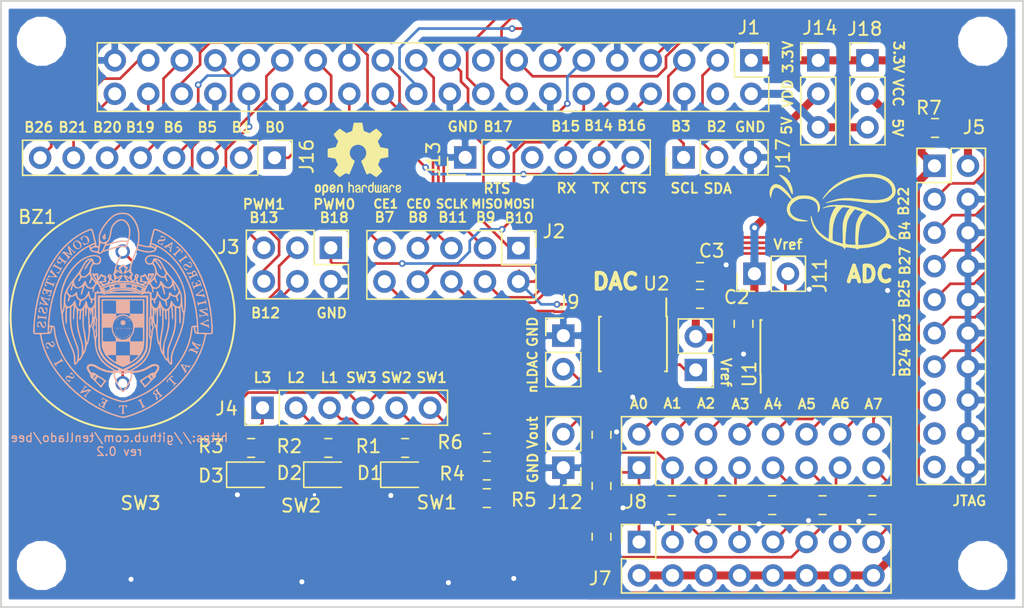
<source format=kicad_pcb>
(kicad_pcb (version 20171130) (host pcbnew 5.0.2+dfsg1-1)
  (layers (0 F.Cu signal) (31 B.Cu signal) (34 B.Paste user) (35 F.Paste user) (36 B.SilkS user) (37 F.SilkS user) (38 B.Mask user) (39 F.Mask user) (44 Edge.Cuts user))
  (net 0 "")
  (net 1 "Net-(BZ1-Pad1)")
  (net 2 "Net-(BZ1-Pad2)")
  (net 3 GND)
  (net 4 "Net-(D1-Pad2)")
  (net 5 "Net-(D2-Pad2)")
  (net 6 "Net-(D3-Pad2)")
  (net 7 +3V3)
  (net 8 +5V)
  (net 9 /BCM2_SDA)
  (net 10 /BCM3_SCL)
  (net 11 /BCM4_TDI)
  (net 12 /BCM14_TX)
  (net 13 /BCM15_RX)
  (net 14 /BCM27_TMS)
  (net 15 /BCM22_TRST)
  (net 16 /BCM24_TDO)
  (net 17 /BCM10_MOSI)
  (net 18 /BCM9_MISO)
  (net 19 /BCM25_TCK)
  (net 20 /BCM11_SCLK)
  (net 21 /BCM8_CE0)
  (net 22 /BCM7_CE1)
  (net 23 /BCM0)
  (net 24 /BCM1)
  (net 25 /BCM5)
  (net 26 /BCM6)
  (net 27 /BCM19)
  (net 28 /BCM26)
  (net 29 /BCM20)
  (net 30 /BCM21)
  (net 31 /L3)
  (net 32 /L2)
  (net 33 /L1)
  (net 34 /SW3)
  (net 35 /SW2)
  (net 36 /SW1)
  (net 37 /CE_DAC)
  (net 38 /CE_ADC)
  (net 39 /MISO)
  (net 40 /MOSI)
  (net 41 /SCLK)
  (net 42 "Net-(J8-Pad2)")
  (net 43 "Net-(J8-Pad4)")
  (net 44 "Net-(J8-Pad6)")
  (net 45 "Net-(J8-Pad8)")
  (net 46 VDD)
  (net 47 "Net-(J9-Pad2)")
  (net 48 "Net-(J10-Pad1)")
  (net 49 "Net-(J12-Pad2)")
  (net 50 /BCM18_PWM0)
  (net 51 /BCM12_PWM0)
  (net 52 /BCM13_PWM1)
  (net 53 /BCM23_RTCK)
  (net 54 "Net-(J5-Pad2)")
  (net 55 /BCM17_RTS)
  (net 56 /BCM16_CTS)
  (net 57 /AR0)
  (net 58 /AR1)
  (net 59 /AR2)
  (net 60 /AR3)
  (net 61 /AR4)
  (net 62 /AR5)
  (net 63 /AR6)
  (net 64 /AR7)
  (net 65 VCC)
  (net 66 "Net-(J11-Pad2)")
  (net 67 "Net-(J8-Pad10)")
  (net 68 "Net-(J8-Pad12)")
  (net 69 "Net-(J8-Pad14)")
  (net 70 "Net-(J8-Pad16)")
  (module Connector_PinHeader_2.54mm:PinHeader_1x08_P2.54mm_Vertical (layer F.Cu) (at 117.2464 91.8972 270)
    (fp_text reference J16 (at -0.1016 -2.4384 270) (layer F.SilkS))
    (fp_text value Conn_01x08 hide)
    (pad 8 thru_hole oval (at 0 17.78 270) (size 1.7 1.7) (drill 1) (layers *.Cu *.Mask) (net 28 /BCM26))
    (pad 7 thru_hole oval (at 0 15.24 270) (size 1.7 1.7) (drill 1) (layers *.Cu *.Mask) (net 30 /BCM21))
    (pad 6 thru_hole oval (at 0 12.7 270) (size 1.7 1.7) (drill 1) (layers *.Cu *.Mask) (net 29 /BCM20))
    (pad 5 thru_hole oval (at 0 10.16 270) (size 1.7 1.7) (drill 1) (layers *.Cu *.Mask) (net 27 /BCM19))
    (pad 4 thru_hole oval (at 0 7.62 270) (size 1.7 1.7) (drill 1) (layers *.Cu *.Mask) (net 26 /BCM6))
    (pad 3 thru_hole oval (at 0 5.08 270) (size 1.7 1.7) (drill 1) (layers *.Cu *.Mask) (net 25 /BCM5))
    (pad 2 thru_hole oval (at 0 2.54 270) (size 1.7 1.7) (drill 1) (layers *.Cu *.Mask) (net 24 /BCM1))
    (pad 1 thru_hole rect (at 0 0 270) (size 1.7 1.7) (drill 1) (layers *.Cu *.Mask) (net 23 /BCM0))
  )
  (module Symbol:OSHW-Logo2_7.3x6mm_SilkScreen (layer F.Cu) (at 123.571 91.9988)
    (fp_text reference LOGO1 hide)
    (fp_text value Logo_Open_Hardware_Small hide)
  )
  (module Connector_PinHeader_2.54mm:PinHeader_1x06_P2.54mm_Vertical (layer F.Cu) (at 116.332 110.871 90)
    (fp_text reference J4 (at -0.0635 -2.7305 180) (layer F.SilkS))
    (fp_text value Conn_01x06 hide)
    (pad 6 thru_hole oval (at 0 12.7 90) (size 1.7 1.7) (drill 1) (layers *.Cu *.Mask) (net 36 /SW1))
    (pad 5 thru_hole oval (at 0 10.16 90) (size 1.7 1.7) (drill 1) (layers *.Cu *.Mask) (net 35 /SW2))
    (pad 4 thru_hole oval (at 0 7.62 90) (size 1.7 1.7) (drill 1) (layers *.Cu *.Mask) (net 34 /SW3))
    (pad 3 thru_hole oval (at 0 5.08 90) (size 1.7 1.7) (drill 1) (layers *.Cu *.Mask) (net 33 /L1))
    (pad 2 thru_hole oval (at 0 2.54 90) (size 1.7 1.7) (drill 1) (layers *.Cu *.Mask) (net 32 /L2))
    (pad 1 thru_hole rect (at 0 0 90) (size 1.7 1.7) (drill 1) (layers *.Cu *.Mask) (net 31 /L3))
  )
  (module Resistor_SMD:R_0805_2012Metric_Pad1.15x1.40mm_HandSolder (layer F.Cu) (at 158.7918 118.2624 180)
    (fp_text reference R15 hide)
    (fp_text value 47k hide)
    (pad 2 smd roundrect (at 1.025 0 180) (size 1.15 1.4) (layers F.Cu F.Paste F.Mask) (roundrect_rratio 0.217391) (net 3 GND))
    (pad 1 smd roundrect (at -1.025 0 180) (size 1.15 1.4) (layers F.Cu F.Paste F.Mask) (roundrect_rratio 0.217391) (net 63 /AR6))
  )
  (module Connector_PinHeader_2.54mm:PinHeader_2x08_P2.54mm_Vertical (layer F.Cu) (at 144.8816 115.4176 90)
    (fp_text reference J8 (at -2.5908 -0.254 180) (layer F.SilkS))
    (fp_text value Conn_02x08_Top_Bottom hide)
    (pad 16 thru_hole oval (at 2.54 17.78 90) (size 1.7 1.7) (drill 1) (layers *.Cu *.Mask) (net 70 "Net-(J8-Pad16)"))
    (pad 15 thru_hole oval (at 0 17.78 90) (size 1.7 1.7) (drill 1) (layers *.Cu *.Mask) (net 64 /AR7))
    (pad 14 thru_hole oval (at 2.54 15.24 90) (size 1.7 1.7) (drill 1) (layers *.Cu *.Mask) (net 69 "Net-(J8-Pad14)"))
    (pad 13 thru_hole oval (at 0 15.24 90) (size 1.7 1.7) (drill 1) (layers *.Cu *.Mask) (net 63 /AR6))
    (pad 12 thru_hole oval (at 2.54 12.7 90) (size 1.7 1.7) (drill 1) (layers *.Cu *.Mask) (net 68 "Net-(J8-Pad12)"))
    (pad 11 thru_hole oval (at 0 12.7 90) (size 1.7 1.7) (drill 1) (layers *.Cu *.Mask) (net 62 /AR5))
    (pad 10 thru_hole oval (at 2.54 10.16 90) (size 1.7 1.7) (drill 1) (layers *.Cu *.Mask) (net 67 "Net-(J8-Pad10)"))
    (pad 9 thru_hole oval (at 0 10.16 90) (size 1.7 1.7) (drill 1) (layers *.Cu *.Mask) (net 61 /AR4))
    (pad 8 thru_hole oval (at 2.54 7.62 90) (size 1.7 1.7) (drill 1) (layers *.Cu *.Mask) (net 45 "Net-(J8-Pad8)"))
    (pad 7 thru_hole oval (at 0 7.62 90) (size 1.7 1.7) (drill 1) (layers *.Cu *.Mask) (net 60 /AR3))
    (pad 6 thru_hole oval (at 2.54 5.08 90) (size 1.7 1.7) (drill 1) (layers *.Cu *.Mask) (net 44 "Net-(J8-Pad6)"))
    (pad 5 thru_hole oval (at 0 5.08 90) (size 1.7 1.7) (drill 1) (layers *.Cu *.Mask) (net 59 /AR2))
    (pad 4 thru_hole oval (at 2.54 2.54 90) (size 1.7 1.7) (drill 1) (layers *.Cu *.Mask) (net 43 "Net-(J8-Pad4)"))
    (pad 3 thru_hole oval (at 0 2.54 90) (size 1.7 1.7) (drill 1) (layers *.Cu *.Mask) (net 58 /AR1))
    (pad 2 thru_hole oval (at 2.54 0 90) (size 1.7 1.7) (drill 1) (layers *.Cu *.Mask) (net 42 "Net-(J8-Pad2)"))
    (pad 1 thru_hole rect (at 0 0 90) (size 1.7 1.7) (drill 1) (layers *.Cu *.Mask) (net 57 /AR0))
  )
  (module Capacitor_SMD:C_0805_2012Metric_Pad1.15x1.40mm_HandSolder (layer F.Cu) (at 149.5044 102.6033)
    (fp_text reference C2 (at 2.785 -0.127) (layer F.SilkS))
    (fp_text value 0.1uF hide)
    (pad 1 smd roundrect (at -1.025 0) (size 1.15 1.4) (layers F.Cu F.Paste F.Mask) (roundrect_rratio 0.217391) (net 46 VDD))
    (pad 2 smd roundrect (at 1.025 0) (size 1.15 1.4) (layers F.Cu F.Paste F.Mask) (roundrect_rratio 0.217391) (net 3 GND))
  )
  (module LED_SMD:LED_0805_2012Metric_Pad1.15x1.40mm_HandSolder (layer F.Cu) (at 121.3194 115.951)
    (fp_text reference D2 (at -2.9554 -0.127 180) (layer F.SilkS))
    (fp_text value LED hide)
    (pad 2 smd roundrect (at 1.025 0) (size 1.15 1.4) (layers F.Cu F.Paste F.Mask) (roundrect_rratio 0.217391) (net 5 "Net-(D2-Pad2)"))
    (pad 1 smd roundrect (at -1.025 0) (size 1.15 1.4) (layers F.Cu F.Paste F.Mask) (roundrect_rratio 0.217391) (net 3 GND))
  )
  (module BEElib:Buzzer (layer F.Cu) (at 105.7275 104.013 180)
    (fp_text reference BZ1 (at 6.477 7.62) (layer F.SilkS))
    (fp_text value Buzzer)
    (pad 2 thru_hole circle (at 0 5 180) (size 1.1 1.1) (drill 0.7) (layers *.Cu *.Mask) (net 2 "Net-(BZ1-Pad2)"))
    (pad 1 thru_hole circle (at 0 -5 180) (size 1.1 1.1) (drill 0.7) (layers *.Cu *.Mask) (net 1 "Net-(BZ1-Pad1)"))
  )
  (module Connector_PinHeader_2.54mm:PinHeader_2x10_P2.54mm_Vertical (layer F.Cu) (at 167.2844 92.5068)
    (fp_text reference J5 (at 2.9972 -2.921 180) (layer F.SilkS))
    (fp_text value Conn_02x10_Odd_Even hide)
    (pad 20 thru_hole oval (at 2.54 22.86) (size 1.7 1.7) (drill 1) (layers *.Cu *.Mask) (net 3 GND))
    (pad 19 thru_hole oval (at 0 22.86) (size 1.7 1.7) (drill 1) (layers *.Cu *.Mask))
    (pad 18 thru_hole oval (at 2.54 20.32) (size 1.7 1.7) (drill 1) (layers *.Cu *.Mask) (net 3 GND))
    (pad 17 thru_hole oval (at 0 20.32) (size 1.7 1.7) (drill 1) (layers *.Cu *.Mask))
    (pad 16 thru_hole oval (at 2.54 17.78) (size 1.7 1.7) (drill 1) (layers *.Cu *.Mask) (net 3 GND))
    (pad 15 thru_hole oval (at 0 17.78) (size 1.7 1.7) (drill 1) (layers *.Cu *.Mask))
    (pad 14 thru_hole oval (at 2.54 15.24) (size 1.7 1.7) (drill 1) (layers *.Cu *.Mask) (net 3 GND))
    (pad 13 thru_hole oval (at 0 15.24) (size 1.7 1.7) (drill 1) (layers *.Cu *.Mask) (net 16 /BCM24_TDO))
    (pad 12 thru_hole oval (at 2.54 12.7) (size 1.7 1.7) (drill 1) (layers *.Cu *.Mask) (net 3 GND))
    (pad 11 thru_hole oval (at 0 12.7) (size 1.7 1.7) (drill 1) (layers *.Cu *.Mask) (net 53 /BCM23_RTCK))
    (pad 10 thru_hole oval (at 2.54 10.16) (size 1.7 1.7) (drill 1) (layers *.Cu *.Mask) (net 3 GND))
    (pad 9 thru_hole oval (at 0 10.16) (size 1.7 1.7) (drill 1) (layers *.Cu *.Mask) (net 19 /BCM25_TCK))
    (pad 8 thru_hole oval (at 2.54 7.62) (size 1.7 1.7) (drill 1) (layers *.Cu *.Mask) (net 3 GND))
    (pad 7 thru_hole oval (at 0 7.62) (size 1.7 1.7) (drill 1) (layers *.Cu *.Mask) (net 14 /BCM27_TMS))
    (pad 6 thru_hole oval (at 2.54 5.08) (size 1.7 1.7) (drill 1) (layers *.Cu *.Mask) (net 3 GND))
    (pad 5 thru_hole oval (at 0 5.08) (size 1.7 1.7) (drill 1) (layers *.Cu *.Mask) (net 11 /BCM4_TDI))
    (pad 4 thru_hole oval (at 2.54 2.54) (size 1.7 1.7) (drill 1) (layers *.Cu *.Mask) (net 3 GND))
    (pad 3 thru_hole oval (at 0 2.54) (size 1.7 1.7) (drill 1) (layers *.Cu *.Mask) (net 15 /BCM22_TRST))
    (pad 2 thru_hole oval (at 2.54 0) (size 1.7 1.7) (drill 1) (layers *.Cu *.Mask) (net 54 "Net-(J5-Pad2)"))
    (pad 1 thru_hole rect (at 0 0) (size 1.7 1.7) (drill 1) (layers *.Cu *.Mask) (net 7 +3V3))
  )
  (module Connector_PinHeader_2.54mm:PinHeader_2x05_P2.54mm_Vertical (layer F.Cu) (at 135.7376 98.7552 270)
    (fp_text reference J2 (at -1.27 -2.6924 180) (layer F.SilkS))
    (fp_text value Conn_02x05_Odd_Even hide)
    (pad 10 thru_hole oval (at 2.54 10.16 270) (size 1.7 1.7) (drill 1) (layers *.Cu *.Mask) (net 37 /CE_DAC))
    (pad 9 thru_hole oval (at 0 10.16 270) (size 1.7 1.7) (drill 1) (layers *.Cu *.Mask) (net 22 /BCM7_CE1))
    (pad 8 thru_hole oval (at 2.54 7.62 270) (size 1.7 1.7) (drill 1) (layers *.Cu *.Mask) (net 38 /CE_ADC))
    (pad 7 thru_hole oval (at 0 7.62 270) (size 1.7 1.7) (drill 1) (layers *.Cu *.Mask) (net 21 /BCM8_CE0))
    (pad 6 thru_hole oval (at 2.54 5.08 270) (size 1.7 1.7) (drill 1) (layers *.Cu *.Mask) (net 41 /SCLK))
    (pad 5 thru_hole oval (at 0 5.08 270) (size 1.7 1.7) (drill 1) (layers *.Cu *.Mask) (net 20 /BCM11_SCLK))
    (pad 4 thru_hole oval (at 2.54 2.54 270) (size 1.7 1.7) (drill 1) (layers *.Cu *.Mask) (net 39 /MISO))
    (pad 3 thru_hole oval (at 0 2.54 270) (size 1.7 1.7) (drill 1) (layers *.Cu *.Mask) (net 18 /BCM9_MISO))
    (pad 2 thru_hole oval (at 2.54 0 270) (size 1.7 1.7) (drill 1) (layers *.Cu *.Mask) (net 40 /MOSI))
    (pad 1 thru_hole rect (at 0 0 270) (size 1.7 1.7) (drill 1) (layers *.Cu *.Mask) (net 17 /BCM10_MOSI))
  )
  (module Connector_PinHeader_2.54mm:PinHeader_2x20_P2.54mm_Vertical (layer F.Cu) (at 153.3906 84.5058 270)
    (fp_text reference J1 (at -2.4892 0.1778) (layer F.SilkS))
    (fp_text value RPI1_header hide)
    (pad 40 thru_hole oval (at 2.54 48.26 270) (size 1.7 1.7) (drill 1) (layers *.Cu *.Mask) (net 30 /BCM21))
    (pad 39 thru_hole oval (at 0 48.26 270) (size 1.7 1.7) (drill 1) (layers *.Cu *.Mask) (net 3 GND))
    (pad 38 thru_hole oval (at 2.54 45.72 270) (size 1.7 1.7) (drill 1) (layers *.Cu *.Mask) (net 29 /BCM20))
    (pad 37 thru_hole oval (at 0 45.72 270) (size 1.7 1.7) (drill 1) (layers *.Cu *.Mask) (net 28 /BCM26))
    (pad 36 thru_hole oval (at 2.54 43.18 270) (size 1.7 1.7) (drill 1) (layers *.Cu *.Mask) (net 56 /BCM16_CTS))
    (pad 35 thru_hole oval (at 0 43.18 270) (size 1.7 1.7) (drill 1) (layers *.Cu *.Mask) (net 27 /BCM19))
    (pad 34 thru_hole oval (at 2.54 40.64 270) (size 1.7 1.7) (drill 1) (layers *.Cu *.Mask) (net 3 GND))
    (pad 33 thru_hole oval (at 0 40.64 270) (size 1.7 1.7) (drill 1) (layers *.Cu *.Mask) (net 52 /BCM13_PWM1))
    (pad 32 thru_hole oval (at 2.54 38.1 270) (size 1.7 1.7) (drill 1) (layers *.Cu *.Mask) (net 51 /BCM12_PWM0))
    (pad 31 thru_hole oval (at 0 38.1 270) (size 1.7 1.7) (drill 1) (layers *.Cu *.Mask) (net 26 /BCM6))
    (pad 30 thru_hole oval (at 2.54 35.56 270) (size 1.7 1.7) (drill 1) (layers *.Cu *.Mask) (net 3 GND))
    (pad 29 thru_hole oval (at 0 35.56 270) (size 1.7 1.7) (drill 1) (layers *.Cu *.Mask) (net 25 /BCM5))
    (pad 28 thru_hole oval (at 2.54 33.02 270) (size 1.7 1.7) (drill 1) (layers *.Cu *.Mask) (net 24 /BCM1))
    (pad 27 thru_hole oval (at 0 33.02 270) (size 1.7 1.7) (drill 1) (layers *.Cu *.Mask) (net 23 /BCM0))
    (pad 26 thru_hole oval (at 2.54 30.48 270) (size 1.7 1.7) (drill 1) (layers *.Cu *.Mask) (net 22 /BCM7_CE1))
    (pad 25 thru_hole oval (at 0 30.48 270) (size 1.7 1.7) (drill 1) (layers *.Cu *.Mask) (net 3 GND))
    (pad 24 thru_hole oval (at 2.54 27.94 270) (size 1.7 1.7) (drill 1) (layers *.Cu *.Mask) (net 21 /BCM8_CE0))
    (pad 23 thru_hole oval (at 0 27.94 270) (size 1.7 1.7) (drill 1) (layers *.Cu *.Mask) (net 20 /BCM11_SCLK))
    (pad 22 thru_hole oval (at 2.54 25.4 270) (size 1.7 1.7) (drill 1) (layers *.Cu *.Mask) (net 19 /BCM25_TCK))
    (pad 21 thru_hole oval (at 0 25.4 270) (size 1.7 1.7) (drill 1) (layers *.Cu *.Mask) (net 18 /BCM9_MISO))
    (pad 20 thru_hole oval (at 2.54 22.86 270) (size 1.7 1.7) (drill 1) (layers *.Cu *.Mask) (net 3 GND))
    (pad 19 thru_hole oval (at 0 22.86 270) (size 1.7 1.7) (drill 1) (layers *.Cu *.Mask) (net 17 /BCM10_MOSI))
    (pad 18 thru_hole oval (at 2.54 20.32 270) (size 1.7 1.7) (drill 1) (layers *.Cu *.Mask) (net 16 /BCM24_TDO))
    (pad 17 thru_hole oval (at 0 20.32 270) (size 1.7 1.7) (drill 1) (layers *.Cu *.Mask))
    (pad 16 thru_hole oval (at 2.54 17.78 270) (size 1.7 1.7) (drill 1) (layers *.Cu *.Mask) (net 53 /BCM23_RTCK))
    (pad 15 thru_hole oval (at 0 17.78 270) (size 1.7 1.7) (drill 1) (layers *.Cu *.Mask) (net 15 /BCM22_TRST))
    (pad 14 thru_hole oval (at 2.54 15.24 270) (size 1.7 1.7) (drill 1) (layers *.Cu *.Mask) (net 3 GND))
    (pad 13 thru_hole oval (at 0 15.24 270) (size 1.7 1.7) (drill 1) (layers *.Cu *.Mask) (net 14 /BCM27_TMS))
    (pad 12 thru_hole oval (at 2.54 12.7 270) (size 1.7 1.7) (drill 1) (layers *.Cu *.Mask) (net 50 /BCM18_PWM0))
    (pad 11 thru_hole oval (at 0 12.7 270) (size 1.7 1.7) (drill 1) (layers *.Cu *.Mask) (net 55 /BCM17_RTS))
    (pad 10 thru_hole oval (at 2.54 10.16 270) (size 1.7 1.7) (drill 1) (layers *.Cu *.Mask) (net 13 /BCM15_RX))
    (pad 9 thru_hole oval (at 0 10.16 270) (size 1.7 1.7) (drill 1) (layers *.Cu *.Mask) (net 3 GND))
    (pad 8 thru_hole oval (at 2.54 7.62 270) (size 1.7 1.7) (drill 1) (layers *.Cu *.Mask) (net 12 /BCM14_TX))
    (pad 7 thru_hole oval (at 0 7.62 270) (size 1.7 1.7) (drill 1) (layers *.Cu *.Mask) (net 11 /BCM4_TDI))
    (pad 6 thru_hole oval (at 2.54 5.08 270) (size 1.7 1.7) (drill 1) (layers *.Cu *.Mask) (net 3 GND))
    (pad 5 thru_hole oval (at 0 5.08 270) (size 1.7 1.7) (drill 1) (layers *.Cu *.Mask) (net 10 /BCM3_SCL))
    (pad 4 thru_hole oval (at 2.54 2.54 270) (size 1.7 1.7) (drill 1) (layers *.Cu *.Mask))
    (pad 3 thru_hole oval (at 0 2.54 270) (size 1.7 1.7) (drill 1) (layers *.Cu *.Mask) (net 9 /BCM2_SDA))
    (pad 2 thru_hole oval (at 2.54 0 270) (size 1.7 1.7) (drill 1) (layers *.Cu *.Mask) (net 8 +5V))
    (pad 1 thru_hole rect (at 0 0 270) (size 1.7 1.7) (drill 1) (layers *.Cu *.Mask) (net 7 +3V3))
  )
  (module Connector_PinHeader_2.54mm:PinHeader_1x06_P2.54mm_Vertical (layer F.Cu) (at 131.699 91.8718 90)
    (fp_text reference J13 (at -0.127 -2.413 270) (layer F.SilkS))
    (fp_text value Conn_01x06 hide)
    (pad 6 thru_hole oval (at 0 12.7 90) (size 1.7 1.7) (drill 1) (layers *.Cu *.Mask) (net 56 /BCM16_CTS))
    (pad 5 thru_hole oval (at 0 10.16 90) (size 1.7 1.7) (drill 1) (layers *.Cu *.Mask) (net 12 /BCM14_TX))
    (pad 4 thru_hole oval (at 0 7.62 90) (size 1.7 1.7) (drill 1) (layers *.Cu *.Mask) (net 13 /BCM15_RX))
    (pad 3 thru_hole oval (at 0 5.08 90) (size 1.7 1.7) (drill 1) (layers *.Cu *.Mask))
    (pad 2 thru_hole oval (at 0 2.54 90) (size 1.7 1.7) (drill 1) (layers *.Cu *.Mask) (net 55 /BCM17_RTS))
    (pad 1 thru_hole rect (at 0 0 90) (size 1.7 1.7) (drill 1) (layers *.Cu *.Mask) (net 3 GND))
  )
  (module Package_SO:SOIC-16_3.9x9.9mm_P1.27mm (layer F.Cu) (at 159.1564 106.2863 90)
    (fp_text reference U1 (at -2.032 -5.9055 270) (layer F.SilkS))
    (fp_text value MCP3008)
    (pad 1 smd rect (at -2.7 -4.445 90) (size 1.5 0.6) (layers F.Cu F.Paste F.Mask) (net 42 "Net-(J8-Pad2)"))
    (pad 2 smd rect (at -2.7 -3.175 90) (size 1.5 0.6) (layers F.Cu F.Paste F.Mask) (net 43 "Net-(J8-Pad4)"))
    (pad 3 smd rect (at -2.7 -1.905 90) (size 1.5 0.6) (layers F.Cu F.Paste F.Mask) (net 44 "Net-(J8-Pad6)"))
    (pad 4 smd rect (at -2.7 -0.635 90) (size 1.5 0.6) (layers F.Cu F.Paste F.Mask) (net 45 "Net-(J8-Pad8)"))
    (pad 5 smd rect (at -2.7 0.635 90) (size 1.5 0.6) (layers F.Cu F.Paste F.Mask) (net 67 "Net-(J8-Pad10)"))
    (pad 6 smd rect (at -2.7 1.905 90) (size 1.5 0.6) (layers F.Cu F.Paste F.Mask) (net 68 "Net-(J8-Pad12)"))
    (pad 7 smd rect (at -2.7 3.175 90) (size 1.5 0.6) (layers F.Cu F.Paste F.Mask) (net 69 "Net-(J8-Pad14)"))
    (pad 8 smd rect (at -2.7 4.445 90) (size 1.5 0.6) (layers F.Cu F.Paste F.Mask) (net 70 "Net-(J8-Pad16)"))
    (pad 9 smd rect (at 2.7 4.445 90) (size 1.5 0.6) (layers F.Cu F.Paste F.Mask) (net 3 GND))
    (pad 10 smd rect (at 2.7 3.175 90) (size 1.5 0.6) (layers F.Cu F.Paste F.Mask) (net 38 /CE_ADC))
    (pad 11 smd rect (at 2.7 1.905 90) (size 1.5 0.6) (layers F.Cu F.Paste F.Mask) (net 40 /MOSI))
    (pad 12 smd rect (at 2.7 0.635 90) (size 1.5 0.6) (layers F.Cu F.Paste F.Mask) (net 39 /MISO))
    (pad 13 smd rect (at 2.7 -0.635 90) (size 1.5 0.6) (layers F.Cu F.Paste F.Mask) (net 41 /SCLK))
    (pad 14 smd rect (at 2.7 -1.905 90) (size 1.5 0.6) (layers F.Cu F.Paste F.Mask) (net 3 GND))
    (pad 15 smd rect (at 2.7 -3.175 90) (size 1.5 0.6) (layers F.Cu F.Paste F.Mask) (net 66 "Net-(J11-Pad2)"))
    (pad 16 smd rect (at 2.7 -4.445 90) (size 1.5 0.6) (layers F.Cu F.Paste F.Mask) (net 46 VDD))
  )
  (module Resistor_SMD:R_0805_2012Metric_Pad1.15x1.40mm_HandSolder (layer F.Cu) (at 121.3194 113.919)
    (fp_text reference R2 (at -2.9554 -0.127 -180) (layer F.SilkS))
    (fp_text value 220 hide)
    (pad 2 smd roundrect (at 1.025 0) (size 1.15 1.4) (layers F.Cu F.Paste F.Mask) (roundrect_rratio 0.217391) (net 5 "Net-(D2-Pad2)"))
    (pad 1 smd roundrect (at -1.025 0) (size 1.15 1.4) (layers F.Cu F.Paste F.Mask) (roundrect_rratio 0.217391) (net 32 /L2))
  )
  (module Resistor_SMD:R_0805_2012Metric_Pad1.15x1.40mm_HandSolder (layer F.Cu) (at 115.4684 113.919)
    (fp_text reference R3 (at -3.048 -0.127 -180) (layer F.SilkS))
    (fp_text value 220 hide)
    (pad 2 smd roundrect (at 1.025 0) (size 1.15 1.4) (layers F.Cu F.Paste F.Mask) (roundrect_rratio 0.217391) (net 6 "Net-(D3-Pad2)"))
    (pad 1 smd roundrect (at -1.025 0) (size 1.15 1.4) (layers F.Cu F.Paste F.Mask) (roundrect_rratio 0.217391) (net 31 /L3))
  )
  (module LED_SMD:LED_0805_2012Metric_Pad1.15x1.40mm_HandSolder (layer F.Cu) (at 127.1524 115.951)
    (fp_text reference D1 (at -2.6924 -0.127 180) (layer F.SilkS))
    (fp_text value LED hide)
    (pad 2 smd roundrect (at 1.025 0) (size 1.15 1.4) (layers F.Cu F.Paste F.Mask) (roundrect_rratio 0.217391) (net 4 "Net-(D1-Pad2)"))
    (pad 1 smd roundrect (at -1.025 0) (size 1.15 1.4) (layers F.Cu F.Paste F.Mask) (roundrect_rratio 0.217391) (net 3 GND))
  )
  (module Resistor_SMD:R_0805_2012Metric_Pad1.15x1.40mm_HandSolder (layer F.Cu) (at 127.1434 113.919)
    (fp_text reference R1 (at -2.785 -0.127) (layer F.SilkS))
    (fp_text value 220 hide)
    (pad 2 smd roundrect (at 1.025 0) (size 1.15 1.4) (layers F.Cu F.Paste F.Mask) (roundrect_rratio 0.217391) (net 4 "Net-(D1-Pad2)"))
    (pad 1 smd roundrect (at -1.025 0) (size 1.15 1.4) (layers F.Cu F.Paste F.Mask) (roundrect_rratio 0.217391) (net 33 /L1))
  )
  (module LED_SMD:LED_0805_2012Metric_Pad1.15x1.40mm_HandSolder (layer F.Cu) (at 115.4684 115.951)
    (fp_text reference D3 (at -3.048 0.0762 180) (layer F.SilkS))
    (fp_text value LED hide)
    (pad 2 smd roundrect (at 1.025 0) (size 1.15 1.4) (layers F.Cu F.Paste F.Mask) (roundrect_rratio 0.217391) (net 6 "Net-(D3-Pad2)"))
    (pad 1 smd roundrect (at -1.025 0) (size 1.15 1.4) (layers F.Cu F.Paste F.Mask) (roundrect_rratio 0.217391) (net 3 GND))
  )
  (module Resistor_SMD:R_0805_2012Metric_Pad1.15x1.40mm_HandSolder (layer F.Cu) (at 133.341 115.6335 180)
    (fp_text reference R4 (at 2.6326 -0.2413 180) (layer F.SilkS))
    (fp_text value 10k hide)
    (pad 2 smd roundrect (at 1.025 0 180) (size 1.15 1.4) (layers F.Cu F.Paste F.Mask) (roundrect_rratio 0.217391) (net 36 /SW1))
    (pad 1 smd roundrect (at -1.025 0 180) (size 1.15 1.4) (layers F.Cu F.Paste F.Mask) (roundrect_rratio 0.217391) (net 7 +3V3))
  )
  (module Resistor_SMD:R_0805_2012Metric_Pad1.15x1.40mm_HandSolder (layer F.Cu) (at 133.341 117.729 180)
    (fp_text reference R5 (at -2.803 -0.127 180) (layer F.SilkS))
    (fp_text value 10k hide)
    (pad 2 smd roundrect (at 1.025 0 180) (size 1.15 1.4) (layers F.Cu F.Paste F.Mask) (roundrect_rratio 0.217391) (net 35 /SW2))
    (pad 1 smd roundrect (at -1.025 0 180) (size 1.15 1.4) (layers F.Cu F.Paste F.Mask) (roundrect_rratio 0.217391) (net 7 +3V3))
  )
  (module Resistor_SMD:R_0805_2012Metric_Pad1.15x1.40mm_HandSolder (layer F.Cu) (at 133.35 113.538 180)
    (fp_text reference R6 (at 2.794 0.0508 180) (layer F.SilkS))
    (fp_text value 10k hide)
    (pad 2 smd roundrect (at 1.025 0 180) (size 1.15 1.4) (layers F.Cu F.Paste F.Mask) (roundrect_rratio 0.217391) (net 34 /SW3))
    (pad 1 smd roundrect (at -1.025 0 180) (size 1.15 1.4) (layers F.Cu F.Paste F.Mask) (roundrect_rratio 0.217391) (net 7 +3V3))
  )
  (module "BEElib:Push Button" (layer F.Cu) (at 133.0325 122.1105)
    (fp_text reference SW1 (at -3.4925 -4.0513) (layer F.SilkS))
    (fp_text value SW_Push)
    (pad 2 smd rect (at 4.55 2.25) (size 2.1 1.4) (layers F.Cu F.Paste F.Mask) (net 3 GND))
    (pad 2 smd rect (at -4.55 2.25) (size 2.1 1.4) (layers F.Cu F.Paste F.Mask) (net 3 GND))
    (pad 1 smd rect (at 4.55 -2.25) (size 2.1 1.4) (layers F.Cu F.Paste F.Mask) (net 36 /SW1))
    (pad 1 smd rect (at -4.55 -2.25) (size 2.1 1.4) (layers F.Cu F.Paste F.Mask) (net 36 /SW1))
  )
  (module "BEElib:Push Button" (layer F.Cu) (at 121.031 122.1105)
    (fp_text reference SW2 (at -1.778 -3.81) (layer F.SilkS))
    (fp_text value SW_Push)
    (pad 2 smd rect (at 4.55 2.25) (size 2.1 1.4) (layers F.Cu F.Paste F.Mask) (net 3 GND))
    (pad 2 smd rect (at -4.55 2.25) (size 2.1 1.4) (layers F.Cu F.Paste F.Mask) (net 3 GND))
    (pad 1 smd rect (at 4.55 -2.25) (size 2.1 1.4) (layers F.Cu F.Paste F.Mask) (net 35 /SW2))
    (pad 1 smd rect (at -4.55 -2.25) (size 2.1 1.4) (layers F.Cu F.Paste F.Mask) (net 35 /SW2))
  )
  (module "BEElib:Push Button" (layer F.Cu) (at 108.7755 122.1105)
    (fp_text reference SW3 (at -1.6891 -4.0005) (layer F.SilkS))
    (fp_text value SW_Push)
    (pad 2 smd rect (at 4.55 2.25) (size 2.1 1.4) (layers F.Cu F.Paste F.Mask) (net 3 GND))
    (pad 2 smd rect (at -4.55 2.25) (size 2.1 1.4) (layers F.Cu F.Paste F.Mask) (net 3 GND))
    (pad 1 smd rect (at 4.55 -2.25) (size 2.1 1.4) (layers F.Cu F.Paste F.Mask) (net 34 /SW3))
    (pad 1 smd rect (at -4.55 -2.25) (size 2.1 1.4) (layers F.Cu F.Paste F.Mask) (net 34 /SW3))
  )
  (module Package_SO:SOIC-8_3.9x4.9mm_P1.27mm (layer F.Cu) (at 144.4244 106.0323 270)
    (fp_text reference U2 (at -4.5847 -1.778) (layer F.SilkS))
    (fp_text value MCP4911)
    (pad 1 smd rect (at -2.7 -1.905 270) (size 1.55 0.6) (layers F.Cu F.Paste F.Mask) (net 46 VDD))
    (pad 2 smd rect (at -2.7 -0.635 270) (size 1.55 0.6) (layers F.Cu F.Paste F.Mask) (net 37 /CE_DAC))
    (pad 3 smd rect (at -2.7 0.635 270) (size 1.55 0.6) (layers F.Cu F.Paste F.Mask) (net 41 /SCLK))
    (pad 4 smd rect (at -2.7 1.905 270) (size 1.55 0.6) (layers F.Cu F.Paste F.Mask) (net 40 /MOSI))
    (pad 5 smd rect (at 2.7 1.905 270) (size 1.55 0.6) (layers F.Cu F.Paste F.Mask) (net 47 "Net-(J9-Pad2)"))
    (pad 6 smd rect (at 2.7 0.635 270) (size 1.55 0.6) (layers F.Cu F.Paste F.Mask) (net 48 "Net-(J10-Pad1)"))
    (pad 7 smd rect (at 2.7 -0.635 270) (size 1.55 0.6) (layers F.Cu F.Paste F.Mask) (net 3 GND))
    (pad 8 smd rect (at 2.7 -1.905 270) (size 1.55 0.6) (layers F.Cu F.Paste F.Mask) (net 49 "Net-(J12-Pad2)"))
  )
  (module Capacitor_SMD:C_0805_2012Metric_Pad1.15x1.40mm_HandSolder (layer F.Cu) (at 152.8064 104.4993 270)
    (fp_text reference C1 hide)
    (fp_text value 1uF hide)
    (pad 1 smd roundrect (at -1.025 0 270) (size 1.15 1.4) (layers F.Cu F.Paste F.Mask) (roundrect_rratio 0.217391) (net 46 VDD))
    (pad 2 smd roundrect (at 1.025 0 270) (size 1.15 1.4) (layers F.Cu F.Paste F.Mask) (roundrect_rratio 0.217391) (net 3 GND))
  )
  (module Capacitor_SMD:C_0805_2012Metric_Pad1.15x1.40mm_HandSolder (layer F.Cu) (at 149.5044 100.5713)
    (fp_text reference C3 (at 0.889 -1.6129 180) (layer F.SilkS))
    (fp_text value 10uF hide)
    (pad 1 smd roundrect (at -1.025 0) (size 1.15 1.4) (layers F.Cu F.Paste F.Mask) (roundrect_rratio 0.217391) (net 46 VDD))
    (pad 2 smd roundrect (at 1.025 0) (size 1.15 1.4) (layers F.Cu F.Paste F.Mask) (roundrect_rratio 0.217391) (net 3 GND))
  )
  (module Connector_PinHeader_2.54mm:PinHeader_2x03_P2.54mm_Vertical (layer F.Cu) (at 121.5136 98.7298 270)
    (fp_text reference J3 (at -0.0508 7.7724 180) (layer F.SilkS))
    (fp_text value Conn_02x03_Odd_Even hide)
    (pad 6 thru_hole oval (at 2.54 5.08 270) (size 1.7 1.7) (drill 1) (layers *.Cu *.Mask) (net 51 /BCM12_PWM0))
    (pad 5 thru_hole oval (at 0 5.08 270) (size 1.7 1.7) (drill 1) (layers *.Cu *.Mask) (net 52 /BCM13_PWM1))
    (pad 4 thru_hole oval (at 2.54 2.54 270) (size 1.7 1.7) (drill 1) (layers *.Cu *.Mask) (net 1 "Net-(BZ1-Pad1)"))
    (pad 3 thru_hole oval (at 0 2.54 270) (size 1.7 1.7) (drill 1) (layers *.Cu *.Mask) (net 2 "Net-(BZ1-Pad2)"))
    (pad 2 thru_hole oval (at 2.54 0 270) (size 1.7 1.7) (drill 1) (layers *.Cu *.Mask) (net 3 GND))
    (pad 1 thru_hole rect (at 0 0 270) (size 1.7 1.7) (drill 1) (layers *.Cu *.Mask) (net 50 /BCM18_PWM0))
  )
  (module Resistor_SMD:R_0805_2012Metric_Pad1.15x1.40mm_HandSolder (layer F.Cu) (at 167.3262 89.6366)
    (fp_text reference R7 (at -0.4662 -1.524) (layer F.SilkS))
    (fp_text value 0 hide)
    (pad 2 smd roundrect (at 1.025 0) (size 1.15 1.4) (layers F.Cu F.Paste F.Mask) (roundrect_rratio 0.217391) (net 54 "Net-(J5-Pad2)"))
    (pad 1 smd roundrect (at -1.025 0) (size 1.15 1.4) (layers F.Cu F.Paste F.Mask) (roundrect_rratio 0.217391) (net 7 +3V3))
  )
  (module Connector_PinHeader_2.54mm:PinHeader_1x02_P2.54mm_Vertical (layer F.Cu) (at 139.1412 105.3973)
    (fp_text reference J9 (at 0.381 -2.5527) (layer F.SilkS))
    (fp_text value Conn_01x02 hide)
    (pad 1 thru_hole rect (at 0 0) (size 1.7 1.7) (drill 1) (layers *.Cu *.Mask) (net 3 GND))
    (pad 2 thru_hole oval (at 0 2.54) (size 1.7 1.7) (drill 1) (layers *.Cu *.Mask) (net 47 "Net-(J9-Pad2)"))
  )
  (module Connector_PinHeader_2.54mm:PinHeader_1x02_P2.54mm_Vertical (layer F.Cu) (at 149.1869 108.0008 180)
    (fp_text reference J10 hide)
    (fp_text value Conn_01x02 hide)
    (pad 1 thru_hole rect (at 0 0 180) (size 1.7 1.7) (drill 1) (layers *.Cu *.Mask) (net 48 "Net-(J10-Pad1)"))
    (pad 2 thru_hole oval (at 0 2.54 180) (size 1.7 1.7) (drill 1) (layers *.Cu *.Mask) (net 46 VDD))
  )
  (module Connector_PinHeader_2.54mm:PinHeader_1x02_P2.54mm_Vertical (layer F.Cu) (at 153.6319 100.6983 90)
    (fp_text reference J11 (at -0.127 4.953 -90) (layer F.SilkS))
    (fp_text value Conn_01x02 hide)
    (pad 1 thru_hole rect (at 0 0 90) (size 1.7 1.7) (drill 1) (layers *.Cu *.Mask) (net 46 VDD))
    (pad 2 thru_hole oval (at 0 2.54 90) (size 1.7 1.7) (drill 1) (layers *.Cu *.Mask) (net 66 "Net-(J11-Pad2)"))
  )
  (module Connector_PinHeader_2.54mm:PinHeader_1x02_P2.54mm_Vertical (layer F.Cu) (at 139.1412 115.4176 180)
    (fp_text reference J12 (at -0.127 -2.6162) (layer F.SilkS))
    (fp_text value Conn_01x02 hide)
    (pad 1 thru_hole rect (at 0 0 180) (size 1.7 1.7) (drill 1) (layers *.Cu *.Mask) (net 3 GND))
    (pad 2 thru_hole oval (at 0 2.54 180) (size 1.7 1.7) (drill 1) (layers *.Cu *.Mask) (net 49 "Net-(J12-Pad2)"))
  )
  (module Connector_PinHeader_2.54mm:PinHeader_1x03_P2.54mm_Vertical (layer F.Cu) (at 158.4706 84.5058)
    (fp_text reference J14 (at 0.127 -2.4638 180) (layer F.SilkS))
    (fp_text value Conn_01x03 hide)
    (pad 3 thru_hole oval (at 0 5.08) (size 1.7 1.7) (drill 1) (layers *.Cu *.Mask) (net 8 +5V))
    (pad 2 thru_hole oval (at 0 2.54) (size 1.7 1.7) (drill 1) (layers *.Cu *.Mask) (net 46 VDD))
    (pad 1 thru_hole rect (at 0 0) (size 1.7 1.7) (drill 1) (layers *.Cu *.Mask) (net 7 +3V3))
  )
  (module Connector_PinHeader_2.54mm:PinHeader_1x03_P2.54mm_Vertical (layer F.Cu) (at 148.2598 91.8718 90)
    (fp_text reference J17 (at 0.127 7.5438 270) (layer F.SilkS))
    (fp_text value Conn_01x03 hide)
    (pad 3 thru_hole oval (at 0 5.08 90) (size 1.7 1.7) (drill 1) (layers *.Cu *.Mask) (net 3 GND))
    (pad 2 thru_hole oval (at 0 2.54 90) (size 1.7 1.7) (drill 1) (layers *.Cu *.Mask) (net 9 /BCM2_SDA))
    (pad 1 thru_hole rect (at 0 0 90) (size 1.7 1.7) (drill 1) (layers *.Cu *.Mask) (net 10 /BCM3_SCL))
  )
  (module Fiducial:Fiducial_0.5mm_Dia_1mm_Outer (layer F.Cu) (at 101 95)
    (fp_text reference FID1 hide)
    (fp_text value Fiducial hide)
    (pad "" smd circle (at 0 0) (size 0.5 0.5) (layers F.Cu F.Mask) (clearance 0.25))
  )
  (module Fiducial:Fiducial_0.5mm_Dia_1mm_Outer (layer F.Cu) (at 101 119)
    (fp_text reference FID2 hide)
    (fp_text value Fiducial hide)
    (pad "" smd circle (at 0 0) (size 0.5 0.5) (layers F.Cu F.Mask) (clearance 0.25))
  )
  (module Fiducial:Fiducial_0.5mm_Dia_1mm_Outer (layer F.Cu) (at 172.64 119)
    (fp_text reference FID3 hide)
    (fp_text value Fiducial hide)
    (pad "" smd circle (at 0 0) (size 0.5 0.5) (layers F.Cu F.Mask) (clearance 0.25))
  )
  (module BEElib:UCMLogo_169_169 (layer B.Cu) (at 105.6005 104.0765 180)
    (fp_text reference LOGO3 hide)
    (fp_text value Logo_Open_Hardware_Small hide)
  )
  (module BEElib:bee_logo2 (layer F.Cu) (at 159.766 96.012)
    (fp_text reference LOGO2 hide)
    (fp_text value Logo_Open_Hardware_Small hide)
  )
  (module MountingHole:MountingHole_2.7mm_M2.5 (layer F.Cu) (at 99.568 83.058)
    (fp_text reference H1 hide)
    (fp_text value MountingHole hide)
    (pad 1 np_thru_hole circle (at 0 0) (size 2.7 2.7) (drill 2.7) (layers *.Cu *.Mask))
  )
  (module MountingHole:MountingHole_2.7mm_M2.5 (layer F.Cu) (at 99.568 122.84)
    (fp_text reference H2 hide)
    (fp_text value MountingHole hide)
    (pad 1 np_thru_hole circle (at 0 0) (size 2.7 2.7) (drill 2.7) (layers *.Cu *.Mask))
  )
  (module MountingHole:MountingHole_2.7mm_M2.5 (layer F.Cu) (at 170.942 83.058)
    (fp_text reference H3 hide)
    (fp_text value MountingHole hide)
    (pad 1 np_thru_hole circle (at 0 0) (size 2.7 2.7) (drill 2.7) (layers *.Cu *.Mask))
  )
  (module MountingHole:MountingHole_2.7mm_M2.5 (layer F.Cu) (at 170.942 122.84)
    (fp_text reference H4 hide)
    (fp_text value MountingHole hide)
    (pad 1 np_thru_hole circle (at 0 0) (size 2.7 2.7) (drill 2.7) (layers *.Cu *.Mask))
  )
  (module Resistor_SMD:R_0805_2012Metric_Pad1.15x1.40mm_HandSolder (layer F.Cu) (at 142.0368 112.9194 90)
    (fp_text reference R8 hide)
    (fp_text value 220 hide)
    (pad 2 smd roundrect (at 1.025 0 90) (size 1.15 1.4) (layers F.Cu F.Paste F.Mask) (roundrect_rratio 0.217391) (net 3 GND))
    (pad 1 smd roundrect (at -1.025 0 90) (size 1.15 1.4) (layers F.Cu F.Paste F.Mask) (roundrect_rratio 0.217391) (net 58 /AR1))
  )
  (module Resistor_SMD:R_0805_2012Metric_Pad1.15x1.40mm_HandSolder (layer F.Cu) (at 151.1718 118.2624 180)
    (fp_text reference R9 hide)
    (fp_text value 10k)
    (pad 1 smd roundrect (at -1.025 0 180) (size 1.15 1.4) (layers F.Cu F.Paste F.Mask) (roundrect_rratio 0.217391) (net 60 /AR3))
    (pad 2 smd roundrect (at 1.025 0 180) (size 1.15 1.4) (layers F.Cu F.Paste F.Mask) (roundrect_rratio 0.217391) (net 3 GND))
  )
  (module Resistor_SMD:R_0805_2012Metric_Pad1.15x1.40mm_HandSolder (layer F.Cu) (at 142.0368 120.659 90)
    (fp_text reference R10 hide)
    (fp_text value 15k hide)
    (pad 2 smd roundrect (at 1.025 0 90) (size 1.15 1.4) (layers F.Cu F.Paste F.Mask) (roundrect_rratio 0.217391) (net 3 GND))
    (pad 1 smd roundrect (at -1.025 0 90) (size 1.15 1.4) (layers F.Cu F.Paste F.Mask) (roundrect_rratio 0.217391) (net 62 /AR5))
  )
  (module Resistor_SMD:R_0805_2012Metric_Pad1.15x1.40mm_HandSolder (layer F.Cu) (at 162.569 118.2624 180)
    (fp_text reference R11 hide)
    (fp_text value 47k hide)
    (pad 1 smd roundrect (at -1.025 0 180) (size 1.15 1.4) (layers F.Cu F.Paste F.Mask) (roundrect_rratio 0.217391) (net 64 /AR7))
    (pad 2 smd roundrect (at 1.025 0 180) (size 1.15 1.4) (layers F.Cu F.Paste F.Mask) (roundrect_rratio 0.217391) (net 3 GND))
  )
  (module Resistor_SMD:R_0805_2012Metric_Pad1.15x1.40mm_HandSolder (layer F.Cu) (at 142.0368 116.7982 270)
    (fp_text reference R12 hide)
    (fp_text value 220 hide)
    (pad 1 smd roundrect (at -1.025 0 270) (size 1.15 1.4) (layers F.Cu F.Paste F.Mask) (roundrect_rratio 0.217391) (net 57 /AR0))
    (pad 2 smd roundrect (at 1.025 0 270) (size 1.15 1.4) (layers F.Cu F.Paste F.Mask) (roundrect_rratio 0.217391) (net 3 GND))
  )
  (module Resistor_SMD:R_0805_2012Metric_Pad1.15x1.40mm_HandSolder (layer F.Cu) (at 147.3618 118.2624 180)
    (fp_text reference R13 hide)
    (fp_text value 10k hide)
    (pad 2 smd roundrect (at 1.025 0 180) (size 1.15 1.4) (layers F.Cu F.Paste F.Mask) (roundrect_rratio 0.217391) (net 3 GND))
    (pad 1 smd roundrect (at -1.025 0 180) (size 1.15 1.4) (layers F.Cu F.Paste F.Mask) (roundrect_rratio 0.217391) (net 59 /AR2))
  )
  (module Resistor_SMD:R_0805_2012Metric_Pad1.15x1.40mm_HandSolder (layer F.Cu) (at 154.9818 118.2624 180)
    (fp_text reference R14 hide)
    (fp_text value 15k hide)
    (pad 1 smd roundrect (at -1.025 0 180) (size 1.15 1.4) (layers F.Cu F.Paste F.Mask) (roundrect_rratio 0.217391) (net 61 /AR4))
    (pad 2 smd roundrect (at 1.025 0 180) (size 1.15 1.4) (layers F.Cu F.Paste F.Mask) (roundrect_rratio 0.217391) (net 3 GND))
  )
  (module Connector_PinHeader_2.54mm:PinHeader_1x03_P2.54mm_Vertical (layer F.Cu) (at 162.2044 84.5058)
    (fp_text reference J18 (at -0.2032 -2.3876) (layer F.SilkS))
    (fp_text value Conn_01x03 hide)
    (pad 1 thru_hole rect (at 0 0) (size 1.7 1.7) (drill 1) (layers *.Cu *.Mask) (net 7 +3V3))
    (pad 2 thru_hole oval (at 0 2.54) (size 1.7 1.7) (drill 1) (layers *.Cu *.Mask) (net 65 VCC))
    (pad 3 thru_hole oval (at 0 5.08) (size 1.7 1.7) (drill 1) (layers *.Cu *.Mask) (net 8 +5V))
  )
  (module Connector_PinSocket_2.54mm:PinSocket_2x08_P2.54mm_Vertical (layer F.Cu) (at 144.8816 121.0564 90)
    (fp_text reference J7 (at -2.7686 -2.9464 180) (layer F.SilkS))
    (fp_text value Conn_02x08_Odd_Even hide)
    (pad 16 thru_hole oval (at -2.54 17.78 90) (size 1.7 1.7) (drill 1) (layers *.Cu *.Mask) (net 65 VCC))
    (pad 15 thru_hole oval (at 0 17.78 90) (size 1.7 1.7) (drill 1) (layers *.Cu *.Mask) (net 64 /AR7))
    (pad 14 thru_hole oval (at -2.54 15.24 90) (size 1.7 1.7) (drill 1) (layers *.Cu *.Mask) (net 65 VCC))
    (pad 13 thru_hole oval (at 0 15.24 90) (size 1.7 1.7) (drill 1) (layers *.Cu *.Mask) (net 63 /AR6))
    (pad 12 thru_hole oval (at -2.54 12.7 90) (size 1.7 1.7) (drill 1) (layers *.Cu *.Mask) (net 65 VCC))
    (pad 11 thru_hole oval (at 0 12.7 90) (size 1.7 1.7) (drill 1) (layers *.Cu *.Mask) (net 62 /AR5))
    (pad 10 thru_hole oval (at -2.54 10.16 90) (size 1.7 1.7) (drill 1) (layers *.Cu *.Mask) (net 65 VCC))
    (pad 9 thru_hole oval (at 0 10.16 90) (size 1.7 1.7) (drill 1) (layers *.Cu *.Mask) (net 61 /AR4))
    (pad 8 thru_hole oval (at -2.54 7.62 90) (size 1.7 1.7) (drill 1) (layers *.Cu *.Mask) (net 65 VCC))
    (pad 7 thru_hole oval (at 0 7.62 90) (size 1.7 1.7) (drill 1) (layers *.Cu *.Mask) (net 60 /AR3))
    (pad 6 thru_hole oval (at -2.54 5.08 90) (size 1.7 1.7) (drill 1) (layers *.Cu *.Mask) (net 65 VCC))
    (pad 5 thru_hole oval (at 0 5.08 90) (size 1.7 1.7) (drill 1) (layers *.Cu *.Mask) (net 59 /AR2))
    (pad 4 thru_hole oval (at -2.54 2.54 90) (size 1.7 1.7) (drill 1) (layers *.Cu *.Mask) (net 65 VCC))
    (pad 3 thru_hole oval (at 0 2.54 90) (size 1.7 1.7) (drill 1) (layers *.Cu *.Mask) (net 58 /AR1))
    (pad 2 thru_hole oval (at -2.54 0 90) (size 1.7 1.7) (drill 1) (layers *.Cu *.Mask) (net 65 VCC))
    (pad 1 thru_hole rect (at 0 0 90) (size 1.7 1.7) (drill 1) (layers *.Cu *.Mask) (net 57 /AR0))
  )
  (gr_text GND (at 136.8298 115.443 90) (layer F.SilkS) (effects (font (size 0.75 0.75))))
  (gr_text GND (at 136.8044 105.1052 90) (layer F.SilkS) (effects (font (size 0.75 0.75))))
  (gr_text B9 (at 133.2484 96.4184) (layer F.SilkS) (effects (font (size 0.75 0.75))))
  (gr_text B0 (at 117.2718 89.5858) (layer F.SilkS) (effects (font (size 0.75 0.75))))
  (gr_text DAC (at 143.1036 101.2952) (layer F.SilkS) (effects (font (size 1.2 1.2) (thickness 0.3))))
  (gr_text "https://github.com/tenllado/bee\nrev 0.2" (at 105.4735 113.665) (layer B.SilkS) (effects (font (size 0.65 0.65) (thickness 0.1)) (justify mirror)))
  (gr_text ADC (at 162.3822 100.7364) (layer F.SilkS) (effects (font (size 1.2 1.2) (thickness 0.3))))
  (gr_text MOSI (at 135.7884 95.4024) (layer F.SilkS) (effects (font (size 0.65 0.65))))
  (gr_text MISO (at 133.35 95.4024) (layer F.SilkS) (effects (font (size 0.65 0.65))))
  (gr_text SCLK (at 130.7084 95.4024) (layer F.SilkS) (effects (font (size 0.65 0.65))))
  (gr_text CE0 (at 128.1684 95.4024) (layer F.SilkS) (effects (font (size 0.65 0.65))))
  (gr_text CE1 (at 125.6792 95.4024) (layer F.SilkS) (effects (font (size 0.65 0.65))))
  (gr_text RTS (at 134.112 94.234) (layer F.SilkS) (effects (font (size 0.75 0.75))))
  (gr_text RX (at 139.3698 94.2086) (layer F.SilkS) (effects (font (size 0.75 0.75))))
  (gr_text TX (at 141.986 94.2086) (layer F.SilkS) (effects (font (size 0.75 0.75))))
  (gr_text CTS (at 144.4498 94.2086) (layer F.SilkS) (effects (font (size 0.75 0.75))))
  (gr_text GND (at 131.5212 89.535) (layer F.SilkS) (effects (font (size 0.75 0.75))))
  (gr_text SDA (at 150.8506 94.234) (layer F.SilkS) (effects (font (size 0.75 0.75))))
  (gr_text SCL (at 148.3106 94.2086) (layer F.SilkS) (effects (font (size 0.75 0.75))))
  (gr_text PWM1 (at 116.4336 95.4278) (layer F.SilkS) (effects (font (size 0.75 0.75))))
  (gr_text PWM0 (at 121.7676 95.4278) (layer F.SilkS) (effects (font (size 0.75 0.75))))
  (gr_text JTAG (at 169.926 117.9322) (layer F.SilkS) (effects (font (size 0.75 0.75))))
  (gr_text B24 (at 165.0492 107.442 90) (layer F.SilkS) (effects (font (size 0.75 0.75))))
  (gr_text B23 (at 165.0492 104.8004 90) (layer F.SilkS) (effects (font (size 0.75 0.75))))
  (gr_text B25 (at 164.9984 102.2096 90) (layer F.SilkS) (effects (font (size 0.75 0.75))))
  (gr_text B27 (at 165.0492 99.7204 90) (layer F.SilkS) (effects (font (size 0.75 0.75))))
  (gr_text B22 (at 164.9476 95.1992 90) (layer F.SilkS) (effects (font (size 0.75 0.75))))
  (gr_text B4 (at 165.0492 97.4344 90) (layer F.SilkS) (effects (font (size 0.75 0.75))))
  (gr_text nLDAC (at 136.8044 108.1532 90) (layer F.SilkS) (effects (font (size 0.7 0.7))))
  (gr_text Vref (at 156.1719 98.4758) (layer F.SilkS) (effects (font (size 0.75 0.75))))
  (gr_text Vref (at 151.4729 108.1913 270) (layer F.SilkS) (effects (font (size 0.75 0.75))))
  (gr_text A7 (at 162.6616 110.5916) (layer F.SilkS) (effects (font (size 0.75 0.75))))
  (gr_text A6 (at 160.1724 110.5662) (layer F.SilkS) (effects (font (size 0.75 0.75))))
  (gr_text A5 (at 157.607 110.5916) (layer F.SilkS) (effects (font (size 0.75 0.75))))
  (gr_text A4 (at 155.067 110.5916) (layer F.SilkS) (effects (font (size 0.75 0.75))))
  (gr_text A3 (at 152.5778 110.5916) (layer F.SilkS) (effects (font (size 0.75 0.75))))
  (gr_text A2 (at 149.9616 110.5408) (layer F.SilkS) (effects (font (size 0.75 0.75))))
  (gr_text A1 (at 147.4216 110.5408) (layer F.SilkS) (effects (font (size 0.75 0.75))))
  (gr_text A0 (at 144.8816 110.5662) (layer F.SilkS) (effects (font (size 0.75 0.75))))
  (gr_text Vout (at 136.8044 112.7506 90) (layer F.SilkS) (effects (font (size 0.75 0.75))))
  (gr_text VDD (at 156.1592 87.0204 90) (layer F.SilkS) (effects (font (size 0.75 0.75))))
  (gr_text 5V (at 156.083 89.4588 90) (layer F.SilkS) (effects (font (size 0.75 0.75))))
  (gr_text 3.3V (at 156.1846 84.2518 90) (layer F.SilkS) (effects (font (size 0.75 0.75))))
  (gr_text GND (at 121.5771 103.6828) (layer F.SilkS) (effects (font (size 0.75 0.75))))
  (gr_text 3.3V (at 164.5666 84.2518 270) (layer F.SilkS) (effects (font (size 0.75 0.75))))
  (gr_text 5V (at 164.4904 89.6112 270) (layer F.SilkS) (effects (font (size 0.75 0.75))))
  (gr_text VCC (at 164.5158 86.9442 270) (layer F.SilkS) (effects (font (size 0.75 0.75))))
  (gr_text B2 (at 150.749 89.535) (layer F.SilkS) (effects (font (size 0.75 0.75))))
  (gr_text B3 (at 148.0566 89.5096) (layer F.SilkS) (effects (font (size 0.75 0.75))))
  (gr_text GND (at 153.3144 89.5604) (layer F.SilkS) (effects (font (size 0.75 0.75))))
  (gr_text B17 (at 134.1882 89.535) (layer F.SilkS) (effects (font (size 0.75 0.75))))
  (gr_text B15 (at 139.319 89.5096) (layer F.SilkS) (effects (font (size 0.75 0.75))))
  (gr_text B16 (at 144.3228 89.4588) (layer F.SilkS) (effects (font (size 0.75 0.75))))
  (gr_text B14 (at 141.8082 89.4588) (layer F.SilkS) (effects (font (size 0.75 0.75))))
  (gr_text SW1 (at 129.159 108.585) (layer F.SilkS) (effects (font (size 0.75 0.75))))
  (gr_text SW2 (at 126.492 108.585) (layer F.SilkS) (effects (font (size 0.75 0.75))))
  (gr_text SW3 (at 123.825 108.585) (layer F.SilkS) (effects (font (size 0.75 0.75))))
  (gr_text L1 (at 121.412 108.585) (layer F.SilkS) (effects (font (size 0.75 0.75))))
  (gr_text L2 (at 118.872 108.585) (layer F.SilkS) (effects (font (size 0.75 0.75))))
  (gr_text L3 (at 116.332 108.585) (layer F.SilkS) (effects (font (size 0.75 0.75))))
  (gr_text B10 (at 135.7884 96.4692) (layer F.SilkS) (effects (font (size 0.75 0.75))))
  (gr_text B11 (at 130.7592 96.4184) (layer F.SilkS) (effects (font (size 0.75 0.75))))
  (gr_text B8 (at 128.1176 96.4184) (layer F.SilkS) (effects (font (size 0.75 0.75))))
  (gr_text B7 (at 125.5776 96.4184) (layer F.SilkS) (effects (font (size 0.75 0.75))))
  (gr_text B18 (at 121.7676 96.4438) (layer F.SilkS) (effects (font (size 0.75 0.75))))
  (gr_text B12 (at 116.5606 103.6828) (layer F.SilkS) (effects (font (size 0.75 0.75))))
  (gr_text B13 (at 116.4336 96.4438) (layer F.SilkS) (effects (font (size 0.75 0.75))))
  (gr_text B1 (at 114.7318 89.5858) (layer F.SilkS) (effects (font (size 0.75 0.75))))
  (gr_text B5 (at 112.141 89.5858) (layer F.SilkS) (effects (font (size 0.75 0.75))))
  (gr_text B6 (at 109.5756 89.5858) (layer F.SilkS) (effects (font (size 0.75 0.75))))
  (gr_text B19 (at 107.061 89.5858) (layer F.SilkS) (effects (font (size 0.75 0.75))))
  (gr_text B20 (at 104.5718 89.5858) (layer F.SilkS) (effects (font (size 0.75 0.75))))
  (gr_text B21 (at 101.9556 89.5858) (layer F.SilkS) (effects (font (size 0.75 0.75))))
  (gr_text B26 (at 99.3648 89.5858) (layer F.SilkS) (effects (font (size 0.75 0.75))))
  (gr_line (start 96.5 126) (end 174 126) (layer Edge.Cuts) (width 0.15))
  (gr_line (start 174 80) (end 174 126) (layer Edge.Cuts) (width 0.15))
  (gr_line (start 96.5 80) (end 174 80) (layer Edge.Cuts) (width 0.15))
  (gr_line (start 96.5 80) (end 96.5 126) (layer Edge.Cuts) (width 0.15))
  (segment (start 105.7275 107.9373) (end 105.7275 109.013) (width 0.2032) (layer F.Cu) (net 1))
  (segment (start 110.0328 103.632) (end 105.7275 107.9373) (width 0.2032) (layer F.Cu) (net 1))
  (segment (start 118.9736 101.2698) (end 116.6114 103.632) (width 0.2032) (layer F.Cu) (net 1))
  (segment (start 116.6114 103.632) (end 110.0328 103.632) (width 0.2032) (layer F.Cu) (net 1))
  (segment (start 117.588401 101.824105) (end 116.212306 103.2002) (width 0.2032) (layer F.Cu) (net 2))
  (segment (start 118.9736 98.7298) (end 117.588401 100.114999) (width 0.2032) (layer F.Cu) (net 2))
  (segment (start 117.588401 100.114999) (end 117.588401 101.824105) (width 0.2032) (layer F.Cu) (net 2))
  (segment (start 109.9147 103.2002) (end 105.7275 99.013) (width 0.2032) (layer F.Cu) (net 2))
  (segment (start 116.212306 103.2002) (end 109.9147 103.2002) (width 0.2032) (layer F.Cu) (net 2))
  (via (at 163.7284 101.9683) (size 0.762) (drill 0.381) (layers F.Cu B.Cu) (net 3))
  (segment (start 163.6014 103.5863) (end 163.6014 102.0953) (width 0.6096) (layer F.Cu) (net 3))
  (segment (start 163.6014 102.0953) (end 163.7284 101.9683) (width 0.6096) (layer F.Cu) (net 3))
  (via (at 152.8064 106.7943) (size 0.762) (drill 0.381) (layers F.Cu B.Cu) (net 3))
  (segment (start 152.8064 105.5243) (end 152.8064 106.7943) (width 0.6096) (layer F.Cu) (net 3))
  (via (at 106.3625 123.8885) (size 0.762) (drill 0.381) (layers F.Cu B.Cu) (net 3))
  (segment (start 104.2255 124.3605) (end 105.8905 124.3605) (width 0.6096) (layer F.Cu) (net 3))
  (segment (start 105.8905 124.3605) (end 106.3625 123.8885) (width 0.6096) (layer F.Cu) (net 3))
  (via (at 119.3165 124.079) (size 0.762) (drill 0.381) (layers F.Cu B.Cu) (net 3))
  (segment (start 113.3255 124.3605) (end 119.035 124.3605) (width 0.6096) (layer F.Cu) (net 3))
  (segment (start 119.035 124.3605) (end 119.3165 124.079) (width 0.6096) (layer F.Cu) (net 3))
  (via (at 130.429 124.1425) (size 0.762) (drill 0.381) (layers F.Cu B.Cu) (net 3))
  (segment (start 125.581 124.3605) (end 130.211 124.3605) (width 0.6096) (layer F.Cu) (net 3))
  (segment (start 130.211 124.3605) (end 130.429 124.1425) (width 0.6096) (layer F.Cu) (net 3))
  (segment (start 137.5825 124.3605) (end 135.9175 124.3605) (width 0.6096) (layer F.Cu) (net 3))
  (via (at 135.382 123.825) (size 0.762) (drill 0.381) (layers F.Cu B.Cu) (net 3))
  (segment (start 135.9175 124.3605) (end 135.382 123.825) (width 0.6096) (layer F.Cu) (net 3))
  (via (at 143.6624 118.4656) (size 0.762) (drill 0.381) (layers F.Cu B.Cu) (net 3))
  (segment (start 142.0368 117.8232) (end 143.02 117.8232) (width 0.6096) (layer F.Cu) (net 3))
  (segment (start 143.02 117.8232) (end 143.6624 118.4656) (width 0.6096) (layer F.Cu) (net 3))
  (segment (start 142.494 119.634) (end 143.6624 118.4656) (width 0.6096) (layer F.Cu) (net 3))
  (segment (start 142.0368 119.634) (end 142.494 119.634) (width 0.6096) (layer F.Cu) (net 3))
  (via (at 146.304 119.634) (size 0.762) (drill 0.381) (layers F.Cu B.Cu) (net 3))
  (segment (start 146.3368 118.2624) (end 146.3368 119.6012) (width 0.6096) (layer F.Cu) (net 3))
  (segment (start 146.3368 119.6012) (end 146.304 119.634) (width 0.6096) (layer F.Cu) (net 3))
  (via (at 150.1648 119.4816) (size 0.762) (drill 0.381) (layers F.Cu B.Cu) (net 3))
  (segment (start 150.1468 118.2624) (end 150.1468 119.4636) (width 0.6096) (layer F.Cu) (net 3))
  (segment (start 150.1468 119.4636) (end 150.1648 119.4816) (width 0.6096) (layer F.Cu) (net 3))
  (segment (start 153.9568 118.2624) (end 153.9568 119.6668) (width 0.6096) (layer F.Cu) (net 3))
  (via (at 153.9748 119.6848) (size 0.762) (drill 0.381) (layers F.Cu B.Cu) (net 3))
  (segment (start 153.9568 119.6668) (end 153.9748 119.6848) (width 0.6096) (layer F.Cu) (net 3))
  (via (at 157.734 119.4308) (size 0.762) (drill 0.381) (layers F.Cu B.Cu) (net 3))
  (segment (start 157.7668 118.2624) (end 157.7668 119.398) (width 0.6096) (layer F.Cu) (net 3))
  (segment (start 157.7668 119.398) (end 157.734 119.4308) (width 0.6096) (layer F.Cu) (net 3))
  (via (at 161.544 119.4816) (size 0.762) (drill 0.381) (layers F.Cu B.Cu) (net 3))
  (segment (start 161.544 118.2624) (end 161.544 119.4816) (width 0.6096) (layer F.Cu) (net 3))
  (segment (start 128.1684 115.942) (end 128.1774 115.951) (width 0.2032) (layer F.Cu) (net 4))
  (segment (start 128.1684 113.919) (end 128.1684 115.942) (width 0.2032) (layer F.Cu) (net 4))
  (segment (start 122.3444 113.919) (end 122.3444 115.951) (width 0.2032) (layer F.Cu) (net 5))
  (segment (start 116.4934 113.919) (end 116.4934 115.951) (width 0.2032) (layer F.Cu) (net 6))
  (via (at 144.400502 110.060873) (size 0.762) (drill 0.381) (layers F.Cu B.Cu) (net 3))
  (segment (start 145.0594 108.7323) (end 145.0594 109.401975) (width 0.6096) (layer F.Cu) (net 3))
  (segment (start 145.0594 109.401975) (end 144.400502 110.060873) (width 0.6096) (layer F.Cu) (net 3))
  (via (at 143.1798 112.6998) (size 0.762) (drill 0.381) (layers F.Cu B.Cu) (net 3))
  (segment (start 142.0368 111.8944) (end 142.3744 111.8944) (width 0.6096) (layer F.Cu) (net 3))
  (segment (start 142.3744 111.8944) (end 143.1798 112.6998) (width 0.6096) (layer F.Cu) (net 3))
  (segment (start 150.5294 100.5713) (end 150.9395 100.5713) (width 0.6096) (layer F.Cu) (net 3))
  (via (at 151.4856 100.0252) (size 0.762) (drill 0.381) (layers F.Cu B.Cu) (net 3))
  (segment (start 150.9395 100.5713) (end 151.4856 100.0252) (width 0.6096) (layer F.Cu) (net 3))
  (segment (start 150.5294 102.6033) (end 150.5294 100.5713) (width 0.6096) (layer F.Cu) (net 3))
  (via (at 114.427 117.475) (size 0.762) (drill 0.381) (layers F.Cu B.Cu) (net 3))
  (segment (start 114.4434 115.951) (end 114.4434 117.4586) (width 0.6096) (layer F.Cu) (net 3))
  (segment (start 114.4434 117.4586) (end 114.427 117.475) (width 0.6096) (layer F.Cu) (net 3))
  (via (at 120.269 117.475) (size 0.508) (drill 0.254) (layers F.Cu B.Cu) (net 3))
  (segment (start 120.2944 115.951) (end 120.2944 117.4496) (width 0.6096) (layer F.Cu) (net 3))
  (segment (start 120.2944 117.4496) (end 120.269 117.475) (width 0.6096) (layer F.Cu) (net 3))
  (via (at 126.0602 117.5258) (size 0.762) (drill 0.381) (layers F.Cu B.Cu) (net 3))
  (segment (start 126.1274 115.951) (end 126.1274 117.4586) (width 0.6096) (layer F.Cu) (net 3))
  (segment (start 126.1274 117.4586) (end 126.0602 117.5258) (width 0.6096) (layer F.Cu) (net 3))
  (segment (start 157.2514 103.5863) (end 157.2514 102.4128) (width 0.6096) (layer F.Cu) (net 3))
  (via (at 157.7848 101.8794) (size 0.762) (drill 0.381) (layers F.Cu B.Cu) (net 3))
  (segment (start 157.2514 102.4128) (end 157.7848 101.8794) (width 0.6096) (layer F.Cu) (net 3))
  (segment (start 166.3012 91.5236) (end 167.2844 92.5068) (width 0.6096) (layer F.Cu) (net 7))
  (segment (start 166.3012 89.6366) (end 166.3012 91.5236) (width 0.6096) (layer F.Cu) (net 7))
  (segment (start 134.366 113.547) (end 134.375 113.538) (width 0.6096) (layer F.Cu) (net 7))
  (segment (start 134.366 117.729) (end 134.366 113.547) (width 0.6096) (layer F.Cu) (net 7))
  (segment (start 153.3906 84.5058) (end 162.2044 84.5058) (width 0.6096) (layer F.Cu) (net 7))
  (segment (start 166.3012 88.8366) (end 166.3012 89.6366) (width 0.6096) (layer F.Cu) (net 7))
  (segment (start 166.3012 87.143) (end 166.3012 88.8366) (width 0.6096) (layer F.Cu) (net 7))
  (segment (start 163.664 84.5058) (end 166.3012 87.143) (width 0.6096) (layer F.Cu) (net 7))
  (segment (start 162.2044 84.5058) (end 163.664 84.5058) (width 0.6096) (layer F.Cu) (net 7))
  (segment (start 135.041 117.729) (end 134.366 117.729) (width 0.6096) (layer F.Cu) (net 7))
  (segment (start 138.206842 117.729) (end 135.041 117.729) (width 0.6096) (layer F.Cu) (net 7))
  (segment (start 165.875599 93.915601) (end 165.875599 123.659001) (width 0.6096) (layer F.Cu) (net 7))
  (segment (start 165.875599 123.659001) (end 164.4142 125.1204) (width 0.6096) (layer F.Cu) (net 7))
  (segment (start 167.2844 92.5068) (end 165.875599 93.915601) (width 0.6096) (layer F.Cu) (net 7))
  (segment (start 139.7508 119.272958) (end 138.206842 117.729) (width 0.6096) (layer F.Cu) (net 7))
  (segment (start 164.4142 125.1204) (end 141.098242 125.1204) (width 0.6096) (layer F.Cu) (net 7))
  (segment (start 139.7508 123.772958) (end 139.7508 119.272958) (width 0.6096) (layer F.Cu) (net 7))
  (segment (start 141.098242 125.1204) (end 139.7508 123.772958) (width 0.6096) (layer F.Cu) (net 7))
  (segment (start 153.3906 87.0458) (end 153.4922 87.0458) (width 0.6096) (layer F.Cu) (net 8))
  (segment (start 158.4706 89.5858) (end 162.2044 89.5858) (width 0.6096) (layer F.Cu) (net 8))
  (segment (start 155.9306 87.0458) (end 158.4706 89.5858) (width 0.6096) (layer B.Cu) (net 8))
  (segment (start 153.3906 87.0458) (end 155.9306 87.0458) (width 0.6096) (layer B.Cu) (net 8))
  (segment (start 149.949801 91.021801) (end 150.7998 91.8718) (width 0.2032) (layer F.Cu) (net 9))
  (segment (start 149.695799 85.660601) (end 149.695799 90.767799) (width 0.2032) (layer F.Cu) (net 9))
  (segment (start 149.695799 90.767799) (end 149.949801 91.021801) (width 0.2032) (layer F.Cu) (net 9))
  (segment (start 150.8506 84.5058) (end 149.695799 85.660601) (width 0.2032) (layer F.Cu) (net 9))
  (segment (start 148.2598 90.8186) (end 148.2598 91.8718) (width 0.2032) (layer F.Cu) (net 10))
  (segment (start 147.104999 89.663799) (end 148.2598 90.8186) (width 0.2032) (layer F.Cu) (net 10))
  (segment (start 147.104999 85.711401) (end 147.104999 89.663799) (width 0.2032) (layer F.Cu) (net 10))
  (segment (start 148.3106 84.5058) (end 147.104999 85.711401) (width 0.2032) (layer F.Cu) (net 10))
  (segment (start 146.290401 84.171105) (end 145.639105 84.822401) (width 0.2032) (layer F.Cu) (net 11))
  (segment (start 168.134399 96.736801) (end 167.2844 97.5868) (width 0.2032) (layer F.Cu) (net 11))
  (segment (start 168.618799 96.252401) (end 168.134399 96.736801) (width 0.2032) (layer F.Cu) (net 11))
  (segment (start 145.7706 84.5058) (end 147.7518 82.5246) (width 0.2032) (layer F.Cu) (net 11))
  (segment (start 170.403089 96.252401) (end 168.618799 96.252401) (width 0.2032) (layer F.Cu) (net 11))
  (segment (start 147.7518 82.5246) (end 163.7538 82.5246) (width 0.2032) (layer F.Cu) (net 11))
  (segment (start 163.7538 82.5246) (end 171.538001 90.308801) (width 0.2032) (layer F.Cu) (net 11))
  (segment (start 171.538001 90.308801) (end 171.538001 95.117489) (width 0.2032) (layer F.Cu) (net 11))
  (segment (start 171.538001 95.117489) (end 170.403089 96.252401) (width 0.2032) (layer F.Cu) (net 11))
  (segment (start 141.859 90.9574) (end 141.859 91.8718) (width 0.2032) (layer F.Cu) (net 12))
  (segment (start 145.7706 87.0458) (end 141.859 90.9574) (width 0.2032) (layer F.Cu) (net 12))
  (segment (start 139.319 90.9574) (end 139.319 91.8718) (width 0.2032) (layer F.Cu) (net 13))
  (segment (start 143.2306 87.0458) (end 139.319 90.9574) (width 0.2032) (layer F.Cu) (net 13))
  (segment (start 168.490001 98.921199) (end 168.134399 99.276801) (width 0.2032) (layer F.Cu) (net 14))
  (segment (start 138.1506 84.5058) (end 140.5382 82.1182) (width 0.2032) (layer F.Cu) (net 14))
  (segment (start 163.922151 82.1182) (end 171.944442 90.140491) (width 0.2032) (layer F.Cu) (net 14))
  (segment (start 171.944442 90.140491) (end 171.944442 97.251048) (width 0.2032) (layer F.Cu) (net 14))
  (segment (start 140.5382 82.1182) (end 163.922151 82.1182) (width 0.2032) (layer F.Cu) (net 14))
  (segment (start 168.134399 99.276801) (end 167.2844 100.1268) (width 0.2032) (layer F.Cu) (net 14))
  (segment (start 171.944442 97.251048) (end 170.274291 98.921199) (width 0.2032) (layer F.Cu) (net 14))
  (segment (start 170.274291 98.921199) (end 168.490001 98.921199) (width 0.2032) (layer F.Cu) (net 14))
  (segment (start 136.181201 84.822401) (end 135.825599 84.466799) (width 0.2032) (layer F.Cu) (net 15))
  (segment (start 170.274291 93.841199) (end 168.490001 93.841199) (width 0.2032) (layer F.Cu) (net 15))
  (segment (start 167.78321 87.13821) (end 171.1198 90.4748) (width 0.2032) (layer F.Cu) (net 15))
  (segment (start 171.1198 92.99569) (end 170.274291 93.841199) (width 0.2032) (layer F.Cu) (net 15))
  (segment (start 167.75781 87.13821) (end 167.78321 87.13821) (width 0.2032) (layer F.Cu) (net 15))
  (segment (start 171.1198 90.4748) (end 171.1198 92.99569) (width 0.2032) (layer F.Cu) (net 15))
  (segment (start 163.5506 82.931) (end 167.75781 87.13821) (width 0.2032) (layer F.Cu) (net 15))
  (segment (start 135.6106 84.5058) (end 136.816201 85.711401) (width 0.2032) (layer F.Cu) (net 15))
  (segment (start 136.816201 85.711401) (end 146.274105 85.711401) (width 0.2032) (layer F.Cu) (net 15))
  (segment (start 146.274105 85.711401) (end 146.925401 85.060105) (width 0.2032) (layer F.Cu) (net 15))
  (segment (start 146.925401 85.060105) (end 146.925401 84.214599) (width 0.2032) (layer F.Cu) (net 15))
  (segment (start 168.490001 93.841199) (end 168.134399 94.196801) (width 0.2032) (layer F.Cu) (net 15))
  (segment (start 146.925401 84.214599) (end 148.209 82.931) (width 0.2032) (layer F.Cu) (net 15))
  (segment (start 168.134399 94.196801) (end 167.2844 95.0468) (width 0.2032) (layer F.Cu) (net 15))
  (segment (start 148.209 82.931) (end 163.5506 82.931) (width 0.2032) (layer F.Cu) (net 15))
  (segment (start 168.490001 106.541199) (end 168.134399 106.896801) (width 0.2032) (layer F.Cu) (net 16))
  (segment (start 168.134399 106.896801) (end 167.2844 107.7468) (width 0.2032) (layer F.Cu) (net 16))
  (segment (start 170.274291 106.541199) (end 168.490001 106.541199) (width 0.2032) (layer F.Cu) (net 16))
  (segment (start 173.17558 103.63991) (end 170.274291 106.541199) (width 0.2032) (layer F.Cu) (net 16))
  (segment (start 131.8514 85.8266) (end 131.8514 83.5152) (width 0.2032) (layer F.Cu) (net 16))
  (segment (start 131.8514 83.5152) (end 134.493 80.8736) (width 0.2032) (layer F.Cu) (net 16))
  (segment (start 133.0706 87.0458) (end 131.8514 85.8266) (width 0.2032) (layer F.Cu) (net 16))
  (segment (start 134.493 80.8736) (end 164.420702 80.8736) (width 0.2032) (layer F.Cu) (net 16))
  (segment (start 164.420702 80.8736) (end 173.17558 89.628478) (width 0.2032) (layer F.Cu) (net 16))
  (segment (start 173.17558 89.628478) (end 173.17558 103.63991) (width 0.2032) (layer F.Cu) (net 16))
  (segment (start 131.915799 89.748517) (end 133.084199 90.916917) (width 0.2032) (layer F.Cu) (net 17))
  (segment (start 130.5306 84.5058) (end 131.380599 85.355799) (width 0.2032) (layer F.Cu) (net 17))
  (segment (start 131.380599 85.355799) (end 131.380599 86.111509) (width 0.2032) (layer F.Cu) (net 17))
  (segment (start 133.084199 96.751027) (end 135.088372 98.7552) (width 0.2032) (layer F.Cu) (net 17))
  (segment (start 133.084199 90.916917) (end 133.084199 96.751027) (width 0.2032) (layer F.Cu) (net 17))
  (segment (start 131.915799 86.646709) (end 131.915799 89.748517) (width 0.2032) (layer F.Cu) (net 17))
  (segment (start 135.088372 98.7552) (end 135.7376 98.7552) (width 0.2032) (layer F.Cu) (net 17))
  (segment (start 131.380599 86.111509) (end 131.915799 86.646709) (width 0.2032) (layer F.Cu) (net 17))
  (segment (start 133.1976 98.7552) (end 130.073422 95.631022) (width 0.2032) (layer F.Cu) (net 18))
  (segment (start 130.073422 95.631022) (end 130.073422 90.51912) (width 0.2032) (layer F.Cu) (net 18))
  (segment (start 130.073422 90.51912) (end 129.3114 89.757098) (width 0.2032) (layer F.Cu) (net 18))
  (segment (start 129.3114 89.757098) (end 129.3114 85.8266) (width 0.2032) (layer F.Cu) (net 18))
  (segment (start 128.840599 85.355799) (end 127.9906 84.5058) (width 0.2032) (layer F.Cu) (net 18))
  (segment (start 129.3114 85.8266) (end 128.840599 85.355799) (width 0.2032) (layer F.Cu) (net 18))
  (via (at 135.255 82.0928) (size 0.508) (drill 0.254) (layers F.Cu B.Cu) (net 19))
  (segment (start 139.988849 82.0928) (end 135.61421 82.0928) (width 0.2032) (layer F.Cu) (net 19))
  (segment (start 167.2844 102.6668) (end 168.490001 101.461199) (width 0.2032) (layer F.Cu) (net 19))
  (segment (start 164.109389 81.711789) (end 140.36986 81.711789) (width 0.2032) (layer F.Cu) (net 19))
  (segment (start 172.350852 89.953252) (end 164.109389 81.711789) (width 0.2032) (layer F.Cu) (net 19))
  (segment (start 172.350852 99.384638) (end 172.350852 89.953252) (width 0.2032) (layer F.Cu) (net 19))
  (segment (start 140.36986 81.711789) (end 139.988849 82.0928) (width 0.2032) (layer F.Cu) (net 19))
  (segment (start 170.274291 101.461199) (end 172.350852 99.384638) (width 0.2032) (layer F.Cu) (net 19))
  (segment (start 168.490001 101.461199) (end 170.274291 101.461199) (width 0.2032) (layer F.Cu) (net 19))
  (segment (start 135.61421 82.0928) (end 135.255 82.0928) (width 0.2032) (layer F.Cu) (net 19))
  (segment (start 134.89579 82.0928) (end 135.255 82.0928) (width 0.2032) (layer B.Cu) (net 19))
  (segment (start 127.9906 87.0458) (end 127.9906 86.3854) (width 0.2032) (layer B.Cu) (net 19))
  (segment (start 128.1938 82.0928) (end 134.89579 82.0928) (width 0.2032) (layer B.Cu) (net 19))
  (segment (start 126.7206 83.566) (end 128.1938 82.0928) (width 0.2032) (layer B.Cu) (net 19))
  (segment (start 126.7206 85.1154) (end 126.7206 83.566) (width 0.2032) (layer B.Cu) (net 19))
  (segment (start 127.9906 86.3854) (end 126.7206 85.1154) (width 0.2032) (layer B.Cu) (net 19))
  (segment (start 129.667011 97.764611) (end 129.807601 97.905201) (width 0.2032) (layer F.Cu) (net 20))
  (segment (start 129.667011 90.68746) (end 129.667011 97.764611) (width 0.2032) (layer F.Cu) (net 20))
  (segment (start 129.807601 97.905201) (end 130.6576 98.7552) (width 0.2032) (layer F.Cu) (net 20))
  (segment (start 125.4506 84.5058) (end 126.7206 85.7758) (width 0.2032) (layer F.Cu) (net 20))
  (segment (start 126.7206 87.741049) (end 129.667011 90.68746) (width 0.2032) (layer F.Cu) (net 20))
  (segment (start 126.7206 85.7758) (end 126.7206 87.741049) (width 0.2032) (layer F.Cu) (net 20))
  (segment (start 125.4506 87.0458) (end 129.2606 90.8558) (width 0.2032) (layer F.Cu) (net 21))
  (segment (start 129.2606 97.6122) (end 128.1176 98.7552) (width 0.2032) (layer F.Cu) (net 21))
  (segment (start 129.2606 90.8558) (end 129.2606 97.6122) (width 0.2032) (layer F.Cu) (net 21))
  (segment (start 125.5776 98.7552) (end 125.1458 98.3234) (width 0.2032) (layer F.Cu) (net 22))
  (segment (start 122.9106 96.0882) (end 125.5776 98.7552) (width 0.2032) (layer F.Cu) (net 22))
  (segment (start 122.9106 87.0458) (end 122.9106 96.0882) (width 0.2032) (layer F.Cu) (net 22))
  (segment (start 118.2996 91.8972) (end 117.2464 91.8972) (width 0.2032) (layer F.Cu) (net 23))
  (segment (start 121.539 88.6578) (end 118.2996 91.8972) (width 0.2032) (layer F.Cu) (net 23))
  (segment (start 121.539 85.6742) (end 121.539 88.6578) (width 0.2032) (layer F.Cu) (net 23))
  (segment (start 120.3706 84.5058) (end 121.539 85.6742) (width 0.2032) (layer F.Cu) (net 23))
  (segment (start 114.7064 91.8972) (end 116.459 90.1446) (width 0.2032) (layer F.Cu) (net 24))
  (segment (start 117.2718 90.1446) (end 120.3706 87.0458) (width 0.2032) (layer F.Cu) (net 24))
  (segment (start 116.459 90.1446) (end 117.2718 90.1446) (width 0.2032) (layer F.Cu) (net 24))
  (segment (start 113.016399 91.047201) (end 112.1664 91.8972) (width 0.2032) (layer F.Cu) (net 25))
  (segment (start 116.624999 87.438601) (end 113.016399 91.047201) (width 0.2032) (layer F.Cu) (net 25))
  (segment (start 116.624999 85.711401) (end 116.624999 87.438601) (width 0.2032) (layer F.Cu) (net 25))
  (segment (start 117.8306 84.5058) (end 116.624999 85.711401) (width 0.2032) (layer F.Cu) (net 25))
  (via (at 111.4552 86.36) (size 0.508) (drill 0.254) (layers F.Cu B.Cu) (net 26))
  (segment (start 112.154599 85.660601) (end 111.4552 86.36) (width 0.2032) (layer B.Cu) (net 26))
  (segment (start 115.2906 84.5058) (end 114.135799 85.660601) (width 0.2032) (layer B.Cu) (net 26))
  (segment (start 114.135799 85.660601) (end 112.154599 85.660601) (width 0.2032) (layer B.Cu) (net 26))
  (segment (start 111.4552 90.0684) (end 109.6264 91.8972) (width 0.2032) (layer F.Cu) (net 26))
  (segment (start 111.4552 86.36) (end 111.4552 90.0684) (width 0.2032) (layer F.Cu) (net 26))
  (segment (start 108.825401 85.890999) (end 109.360601 85.355799) (width 0.2032) (layer F.Cu) (net 27))
  (segment (start 109.360601 85.355799) (end 110.2106 84.5058) (width 0.2032) (layer F.Cu) (net 27))
  (segment (start 108.825401 90.158199) (end 108.825401 85.890999) (width 0.2032) (layer F.Cu) (net 27))
  (segment (start 107.0864 91.8972) (end 108.825401 90.158199) (width 0.2032) (layer F.Cu) (net 27))
  (segment (start 105.529691 85.890999) (end 104.278801 85.890999) (width 0.2032) (layer F.Cu) (net 28))
  (segment (start 107.6706 84.5058) (end 106.91489 84.5058) (width 0.2032) (layer F.Cu) (net 28))
  (segment (start 106.91489 84.5058) (end 105.529691 85.890999) (width 0.2032) (layer F.Cu) (net 28))
  (segment (start 100.316399 91.047201) (end 99.4664 91.8972) (width 0.2032) (layer F.Cu) (net 28))
  (segment (start 100.316399 89.853401) (end 100.316399 91.047201) (width 0.2032) (layer F.Cu) (net 28))
  (segment (start 104.278801 85.890999) (end 100.316399 89.853401) (width 0.2032) (layer F.Cu) (net 28))
  (segment (start 107.6706 88.773) (end 107.6706 87.0458) (width 0.2032) (layer F.Cu) (net 29))
  (segment (start 104.5464 91.8972) (end 107.6706 88.773) (width 0.2032) (layer F.Cu) (net 29))
  (segment (start 102.0064 90.17) (end 102.0064 91.8972) (width 0.2032) (layer F.Cu) (net 30))
  (segment (start 105.1306 87.0458) (end 102.0064 90.17) (width 0.2032) (layer F.Cu) (net 30))
  (segment (start 125.495028 113.295628) (end 126.1184 113.919) (width 0.2032) (layer F.Cu) (net 33))
  (segment (start 104.2255 119.8605) (end 113.3255 119.8605) (width 0.2032) (layer F.Cu) (net 34))
  (segment (start 116.481 119.8605) (end 125.581 119.8605) (width 0.2032) (layer F.Cu) (net 35))
  (segment (start 136.3293 119.8605) (end 137.5825 119.8605) (width 0.2032) (layer F.Cu) (net 36))
  (segment (start 134.866036 119.8605) (end 136.3293 119.8605) (width 0.2032) (layer F.Cu) (net 36))
  (segment (start 133.43539 118.429854) (end 134.866036 119.8605) (width 0.2032) (layer F.Cu) (net 36))
  (segment (start 133.43539 116.75289) (end 133.43539 118.429854) (width 0.2032) (layer F.Cu) (net 36))
  (segment (start 132.316 115.6335) (end 133.43539 116.75289) (width 0.2032) (layer F.Cu) (net 36))
  (segment (start 132.004744 119.8605) (end 133.43539 118.429854) (width 0.2032) (layer F.Cu) (net 36))
  (segment (start 128.4825 119.8605) (end 132.004744 119.8605) (width 0.2032) (layer F.Cu) (net 36))
  (segment (start 135.7376 100.5332) (end 135.8011 100.4697) (width 0.2032) (layer F.Cu) (net 40))
  (segment (start 154.7622 108.6561) (end 154.7622 109.6093) (width 0.2032) (layer F.Cu) (net 42))
  (segment (start 156.0322 108.6561) (end 156.0322 109.6093) (width 0.2032) (layer F.Cu) (net 43))
  (segment (start 157.3022 108.6561) (end 157.3022 109.2835) (width 0.2032) (layer F.Cu) (net 44))
  (segment (start 157.2514 108.9863) (end 157.2514 109.24425) (width 0.2032) (layer F.Cu) (net 44))
  (segment (start 158.5722 108.6561) (end 158.5722 109.1061) (width 0.2032) (layer F.Cu) (net 45))
  (segment (start 154.5994 103.0933) (end 154.7622 103.2561) (width 0.6096) (layer F.Cu) (net 46))
  (segment (start 150.7564 105.5243) (end 152.8064 103.4743) (width 0.6096) (layer F.Cu) (net 46))
  (segment (start 149.5044 105.5243) (end 150.7564 105.5243) (width 0.6096) (layer F.Cu) (net 46))
  (segment (start 153.6319 102.5068) (end 154.7114 103.5863) (width 0.6096) (layer F.Cu) (net 46))
  (segment (start 153.6319 100.6983) (end 153.6319 102.5068) (width 0.6096) (layer F.Cu) (net 46))
  (segment (start 153.6319 102.6488) (end 152.8064 103.4743) (width 0.6096) (layer F.Cu) (net 46))
  (segment (start 153.6319 100.6983) (end 153.6319 102.6488) (width 0.6096) (layer F.Cu) (net 46))
  (segment (start 147.7504 103.3323) (end 148.4794 102.6033) (width 0.6096) (layer F.Cu) (net 46))
  (segment (start 146.3294 103.3323) (end 147.7504 103.3323) (width 0.6096) (layer F.Cu) (net 46))
  (segment (start 149.1869 103.3108) (end 148.4794 102.6033) (width 0.6096) (layer F.Cu) (net 46))
  (segment (start 149.1869 105.4608) (end 149.1869 103.3108) (width 0.6096) (layer F.Cu) (net 46))
  (segment (start 148.4794 100.5713) (end 148.4794 102.6033) (width 0.6096) (layer F.Cu) (net 46))
  (segment (start 140.3299 108.7323) (end 139.5349 107.9373) (width 0.2032) (layer F.Cu) (net 47))
  (segment (start 142.5194 108.7323) (end 140.3299 108.7323) (width 0.2032) (layer F.Cu) (net 47))
  (segment (start 143.941801 107.601699) (end 147.988599 107.601699) (width 0.2032) (layer F.Cu) (net 48))
  (segment (start 148.4512 108.0643) (end 149.5044 108.0643) (width 0.2032) (layer F.Cu) (net 48))
  (segment (start 147.988599 107.601699) (end 148.4512 108.0643) (width 0.2032) (layer F.Cu) (net 48))
  (segment (start 143.7894 107.7541) (end 143.941801 107.601699) (width 0.2032) (layer F.Cu) (net 48))
  (segment (start 143.7894 108.7323) (end 143.7894 107.7541) (width 0.2032) (layer F.Cu) (net 48))
  (segment (start 116.332 112.0304) (end 114.4434 113.919) (width 0.2032) (layer F.Cu) (net 31))
  (segment (start 116.332 110.871) (end 116.332 112.0304) (width 0.2032) (layer F.Cu) (net 31))
  (segment (start 120.2944 112.2934) (end 120.2944 113.919) (width 0.2032) (layer F.Cu) (net 32))
  (segment (start 118.872 110.871) (end 120.2944 112.2934) (width 0.2032) (layer F.Cu) (net 32))
  (segment (start 123.092893 111.720999) (end 125.290894 113.919) (width 0.2032) (layer F.Cu) (net 33))
  (segment (start 122.261999 111.720999) (end 123.092893 111.720999) (width 0.2032) (layer F.Cu) (net 33))
  (segment (start 125.4434 113.919) (end 126.1184 113.919) (width 0.2032) (layer F.Cu) (net 33))
  (segment (start 125.290894 113.919) (end 125.4434 113.919) (width 0.2032) (layer F.Cu) (net 33))
  (segment (start 121.412 110.871) (end 122.261999 111.720999) (width 0.2032) (layer F.Cu) (net 33))
  (segment (start 132.325 112.738) (end 132.325 113.538) (width 0.2032) (layer F.Cu) (net 34))
  (segment (start 132.325 112.454894) (end 132.325 112.738) (width 0.2032) (layer F.Cu) (net 34))
  (segment (start 129.586305 109.716199) (end 132.325 112.454894) (width 0.2032) (layer F.Cu) (net 34))
  (segment (start 125.106801 109.716199) (end 129.586305 109.716199) (width 0.2032) (layer F.Cu) (net 34))
  (segment (start 123.952 110.871) (end 125.106801 109.716199) (width 0.2032) (layer F.Cu) (net 34))
  (segment (start 113.3255 111.628858) (end 113.3255 118.9573) (width 0.2032) (layer F.Cu) (net 34))
  (segment (start 113.3255 118.9573) (end 113.3255 119.8605) (width 0.2032) (layer F.Cu) (net 34))
  (segment (start 115.238159 109.716199) (end 113.3255 111.628858) (width 0.2032) (layer F.Cu) (net 34))
  (segment (start 122.797199 109.716199) (end 115.238159 109.716199) (width 0.2032) (layer F.Cu) (net 34))
  (segment (start 123.952 110.871) (end 122.797199 109.716199) (width 0.2032) (layer F.Cu) (net 34))
  (segment (start 130.937 116.35) (end 132.316 117.729) (width 0.2032) (layer F.Cu) (net 35))
  (segment (start 129.6924 112.1918) (end 130.937 113.4364) (width 0.2032) (layer F.Cu) (net 35))
  (segment (start 130.937 113.4364) (end 130.937 116.35) (width 0.2032) (layer F.Cu) (net 35))
  (segment (start 126.492 110.871) (end 127.8128 112.1918) (width 0.2032) (layer F.Cu) (net 35))
  (segment (start 127.8128 112.1918) (end 129.6924 112.1918) (width 0.2032) (layer F.Cu) (net 35))
  (segment (start 125.8949 118.6434) (end 125.581 118.9573) (width 0.2032) (layer F.Cu) (net 35))
  (segment (start 132.316 117.729) (end 131.4016 118.6434) (width 0.2032) (layer F.Cu) (net 35))
  (segment (start 125.581 118.9573) (end 125.581 119.8605) (width 0.2032) (layer F.Cu) (net 35))
  (segment (start 131.4016 118.6434) (end 125.8949 118.6434) (width 0.2032) (layer F.Cu) (net 35))
  (segment (start 131.343411 114.660911) (end 131.692628 115.010128) (width 0.2032) (layer F.Cu) (net 36))
  (segment (start 131.343411 113.182411) (end 131.343411 114.660911) (width 0.2032) (layer F.Cu) (net 36))
  (segment (start 129.032 110.871) (end 131.343411 113.182411) (width 0.2032) (layer F.Cu) (net 36))
  (segment (start 131.692628 115.010128) (end 132.316 115.6335) (width 0.2032) (layer F.Cu) (net 36))
  (segment (start 142.004101 104.412101) (end 141.173202 103.581202) (width 0.2032) (layer F.Cu) (net 37))
  (segment (start 138.466574 103.581202) (end 138.415774 103.530402) (width 0.2032) (layer F.Cu) (net 37))
  (segment (start 141.173202 103.581202) (end 138.466574 103.581202) (width 0.2032) (layer F.Cu) (net 37))
  (segment (start 144.454599 104.412101) (end 142.004101 104.412101) (width 0.2032) (layer F.Cu) (net 37))
  (segment (start 127.812802 103.530402) (end 126.427599 102.145199) (width 0.2032) (layer F.Cu) (net 37))
  (segment (start 145.0594 103.8073) (end 144.454599 104.412101) (width 0.2032) (layer F.Cu) (net 37))
  (segment (start 145.0594 103.3323) (end 145.0594 103.8073) (width 0.2032) (layer F.Cu) (net 37))
  (segment (start 138.415774 103.530402) (end 127.812802 103.530402) (width 0.2032) (layer F.Cu) (net 37))
  (segment (start 126.427599 102.145199) (end 125.5776 101.2952) (width 0.2032) (layer F.Cu) (net 37))
  (segment (start 162.3314 102.4128) (end 157.861001 97.942401) (width 0.2032) (layer F.Cu) (net 38))
  (segment (start 162.3314 103.5863) (end 162.3314 102.4128) (width 0.2032) (layer F.Cu) (net 38))
  (segment (start 128.967599 100.445201) (end 128.1176 101.2952) (width 0.2032) (layer F.Cu) (net 38))
  (segment (start 129.349509 100.063291) (end 128.967599 100.445201) (width 0.2032) (layer F.Cu) (net 38))
  (segment (start 157.861001 97.942401) (end 142.519399 97.942401) (width 0.2032) (layer F.Cu) (net 38))
  (segment (start 142.519399 97.942401) (end 140.398509 100.063291) (width 0.2032) (layer F.Cu) (net 38))
  (segment (start 140.398509 100.063291) (end 129.349509 100.063291) (width 0.2032) (layer F.Cu) (net 38))
  (segment (start 136.8044 102.489) (end 134.3914 102.489) (width 0.2032) (layer F.Cu) (net 39))
  (segment (start 159.7914 103.5863) (end 159.7914 101.346) (width 0.2032) (layer F.Cu) (net 39))
  (segment (start 134.047599 102.145199) (end 133.1976 101.2952) (width 0.2032) (layer F.Cu) (net 39))
  (segment (start 134.3914 102.489) (end 134.047599 102.145199) (width 0.2032) (layer F.Cu) (net 39))
  (segment (start 157.200623 98.755223) (end 142.856079 98.755223) (width 0.2032) (layer F.Cu) (net 39))
  (segment (start 142.856079 98.755223) (end 140.735189 100.876113) (width 0.2032) (layer F.Cu) (net 39))
  (segment (start 140.735189 100.876113) (end 138.417287 100.876113) (width 0.2032) (layer F.Cu) (net 39))
  (segment (start 159.7914 101.346) (end 157.200623 98.755223) (width 0.2032) (layer F.Cu) (net 39))
  (segment (start 138.417287 100.876113) (end 136.8044 102.489) (width 0.2032) (layer F.Cu) (net 39))
  (via (at 138.6586 103.0224) (size 0.508) (drill 0.254) (layers F.Cu B.Cu) (net 40))
  (segment (start 142.0162 103.3323) (end 141.7063 103.0224) (width 0.2032) (layer F.Cu) (net 40))
  (segment (start 139.01781 103.0224) (end 138.6586 103.0224) (width 0.2032) (layer F.Cu) (net 40))
  (segment (start 135.7376 101.2952) (end 137.4648 103.0224) (width 0.2032) (layer B.Cu) (net 40))
  (segment (start 138.29939 103.0224) (end 138.6586 103.0224) (width 0.2032) (layer B.Cu) (net 40))
  (segment (start 142.5194 103.3323) (end 142.0162 103.3323) (width 0.2032) (layer F.Cu) (net 40))
  (segment (start 137.4648 103.0224) (end 138.29939 103.0224) (width 0.2032) (layer B.Cu) (net 40))
  (segment (start 141.7063 103.0224) (end 139.01781 103.0224) (width 0.2032) (layer F.Cu) (net 40))
  (segment (start 136.939681 101.2952) (end 135.7376 101.2952) (width 0.2032) (layer F.Cu) (net 40))
  (segment (start 137.765179 100.469702) (end 136.939681 101.2952) (width 0.2032) (layer F.Cu) (net 40))
  (segment (start 161.0614 103.5863) (end 161.0614 101.8286) (width 0.2032) (layer F.Cu) (net 40))
  (segment (start 161.0614 101.8286) (end 157.581612 98.348812) (width 0.2032) (layer F.Cu) (net 40))
  (segment (start 157.581612 98.348812) (end 142.687739 98.348812) (width 0.2032) (layer F.Cu) (net 40))
  (segment (start 142.687739 98.348812) (end 140.566849 100.469702) (width 0.2032) (layer F.Cu) (net 40))
  (segment (start 140.566849 100.469702) (end 137.765179 100.469702) (width 0.2032) (layer F.Cu) (net 40))
  (segment (start 136.9822 102.8954) (end 138.595076 101.282524) (width 0.2032) (layer F.Cu) (net 41))
  (segment (start 130.6576 101.2952) (end 132.2578 102.8954) (width 0.2032) (layer F.Cu) (net 41))
  (segment (start 138.595076 101.282524) (end 141.12237 101.282524) (width 0.2032) (layer F.Cu) (net 41))
  (segment (start 132.2578 102.8954) (end 136.9822 102.8954) (width 0.2032) (layer F.Cu) (net 41))
  (segment (start 142.717824 101.282524) (end 141.12237 101.282524) (width 0.2032) (layer F.Cu) (net 41))
  (segment (start 143.7894 102.3541) (end 142.717824 101.282524) (width 0.2032) (layer F.Cu) (net 41))
  (segment (start 143.7894 103.3323) (end 143.7894 102.3541) (width 0.2032) (layer F.Cu) (net 41))
  (segment (start 158.5214 100.6602) (end 158.5214 102.6331) (width 0.2032) (layer F.Cu) (net 41))
  (segment (start 157.022834 99.161634) (end 158.5214 100.6602) (width 0.2032) (layer F.Cu) (net 41))
  (segment (start 158.5214 102.6331) (end 158.5214 103.5863) (width 0.2032) (layer F.Cu) (net 41))
  (segment (start 141.12237 101.282524) (end 143.24326 99.161634) (width 0.2032) (layer F.Cu) (net 41))
  (segment (start 143.24326 99.161634) (end 157.022834 99.161634) (width 0.2032) (layer F.Cu) (net 41))
  (segment (start 153.559809 109.634691) (end 154.2082 108.9863) (width 0.2032) (layer F.Cu) (net 42))
  (segment (start 148.124509 109.634691) (end 153.559809 109.634691) (width 0.2032) (layer F.Cu) (net 42))
  (segment (start 154.2082 108.9863) (end 154.7114 108.9863) (width 0.2032) (layer F.Cu) (net 42))
  (segment (start 144.8816 112.8776) (end 148.124509 109.634691) (width 0.2032) (layer F.Cu) (net 42))
  (segment (start 148.271599 112.027601) (end 147.4216 112.8776) (width 0.2032) (layer F.Cu) (net 43))
  (segment (start 150.258099 110.041101) (end 148.271599 112.027601) (width 0.2032) (layer F.Cu) (net 43))
  (segment (start 155.376599 110.041101) (end 150.258099 110.041101) (width 0.2032) (layer F.Cu) (net 43))
  (segment (start 155.9814 109.4363) (end 155.376599 110.041101) (width 0.2032) (layer F.Cu) (net 43))
  (segment (start 155.9814 108.9863) (end 155.9814 109.4363) (width 0.2032) (layer F.Cu) (net 43))
  (segment (start 152.391689 110.447511) (end 150.811599 112.027601) (width 0.2032) (layer F.Cu) (net 44))
  (segment (start 156.240189 110.447511) (end 152.391689 110.447511) (width 0.2032) (layer F.Cu) (net 44))
  (segment (start 157.2514 109.4363) (end 156.240189 110.447511) (width 0.2032) (layer F.Cu) (net 44))
  (segment (start 150.811599 112.027601) (end 149.9616 112.8776) (width 0.2032) (layer F.Cu) (net 44))
  (segment (start 157.2514 108.9863) (end 157.2514 109.4363) (width 0.2032) (layer F.Cu) (net 44))
  (segment (start 157.103779 110.853921) (end 154.525279 110.853921) (width 0.2032) (layer F.Cu) (net 45))
  (segment (start 153.351599 112.027601) (end 152.5016 112.8776) (width 0.2032) (layer F.Cu) (net 45))
  (segment (start 154.525279 110.853921) (end 153.351599 112.027601) (width 0.2032) (layer F.Cu) (net 45))
  (segment (start 158.5214 109.4363) (end 157.103779 110.853921) (width 0.2032) (layer F.Cu) (net 45))
  (segment (start 158.5214 108.9863) (end 158.5214 109.4363) (width 0.2032) (layer F.Cu) (net 45))
  (via (at 153.6446 97.2058) (size 0.762) (drill 0.381) (layers F.Cu B.Cu) (net 46))
  (segment (start 153.6319 97.2185) (end 153.6446 97.2058) (width 0.6096) (layer B.Cu) (net 46))
  (segment (start 153.6319 100.6983) (end 153.6319 97.2185) (width 0.6096) (layer B.Cu) (net 46))
  (segment (start 155.3718 95.4786) (end 154.025599 96.824801) (width 0.6096) (layer F.Cu) (net 46))
  (segment (start 158.4706 87.0458) (end 155.3718 90.1446) (width 0.6096) (layer F.Cu) (net 46))
  (segment (start 154.025599 96.824801) (end 153.6446 97.2058) (width 0.6096) (layer F.Cu) (net 46))
  (segment (start 155.3718 90.1446) (end 155.3718 95.4786) (width 0.6096) (layer F.Cu) (net 46))
  (segment (start 144.587755 110.96379) (end 141.05501 110.96379) (width 0.2032) (layer F.Cu) (net 49))
  (segment (start 146.3294 108.7323) (end 146.3294 109.222145) (width 0.2032) (layer F.Cu) (net 49))
  (segment (start 141.05501 110.96379) (end 139.991199 112.027601) (width 0.2032) (layer F.Cu) (net 49))
  (segment (start 139.991199 112.027601) (end 139.1412 112.8776) (width 0.2032) (layer F.Cu) (net 49))
  (segment (start 146.3294 109.222145) (end 144.587755 110.96379) (width 0.2032) (layer F.Cu) (net 49))
  (via (at 126.9238 99.9236) (size 0.508) (drill 0.254) (layers F.Cu B.Cu) (net 50))
  (segment (start 121.5136 99.783) (end 121.5136 98.7298) (width 0.2032) (layer F.Cu) (net 50))
  (segment (start 121.6542 99.9236) (end 121.5136 99.783) (width 0.2032) (layer F.Cu) (net 50))
  (segment (start 126.9238 99.9236) (end 121.6542 99.9236) (width 0.2032) (layer F.Cu) (net 50))
  (segment (start 135.393801 96.431999) (end 134.746999 97.078801) (width 0.2032) (layer F.Cu) (net 50))
  (via (at 134.493 97.3328) (size 0.508) (drill 0.254) (layers F.Cu B.Cu) (net 50))
  (segment (start 132.042799 99.021001) (end 132.042799 98.204591) (width 0.2032) (layer B.Cu) (net 50))
  (segment (start 132.042799 98.204591) (end 132.91459 97.3328) (width 0.2032) (layer B.Cu) (net 50))
  (segment (start 126.9238 99.9236) (end 131.1402 99.9236) (width 0.2032) (layer B.Cu) (net 50))
  (segment (start 131.1402 99.9236) (end 132.042799 99.021001) (width 0.2032) (layer B.Cu) (net 50))
  (segment (start 132.91459 97.3328) (end 134.13379 97.3328) (width 0.2032) (layer B.Cu) (net 50))
  (segment (start 134.746999 97.078801) (end 134.493 97.3328) (width 0.2032) (layer F.Cu) (net 50))
  (segment (start 135.393801 91.547893) (end 135.393801 96.431999) (width 0.2032) (layer F.Cu) (net 50))
  (segment (start 140.6906 88.247881) (end 138.221482 90.716999) (width 0.2032) (layer F.Cu) (net 50))
  (segment (start 136.224695 90.716999) (end 135.393801 91.547893) (width 0.2032) (layer F.Cu) (net 50))
  (segment (start 138.221482 90.716999) (end 136.224695 90.716999) (width 0.2032) (layer F.Cu) (net 50))
  (segment (start 134.13379 97.3328) (end 134.493 97.3328) (width 0.2032) (layer B.Cu) (net 50))
  (segment (start 140.6906 87.0458) (end 140.6906 88.247881) (width 0.2032) (layer F.Cu) (net 50))
  (segment (start 115.2906 87.0458) (end 115.2906 89.5096) (width 0.2032) (layer B.Cu) (net 51))
  (via (at 115.317432 89.536432) (size 0.508) (drill 0.254) (layers F.Cu B.Cu) (net 51))
  (segment (start 115.2906 89.5096) (end 115.317432 89.536432) (width 0.2032) (layer B.Cu) (net 51))
  (segment (start 116.4336 100.438906) (end 116.4336 101.2698) (width 0.2032) (layer F.Cu) (net 51))
  (segment (start 117.588401 99.284105) (end 116.4336 100.438906) (width 0.2032) (layer F.Cu) (net 51))
  (segment (start 117.588401 98.175495) (end 117.588401 99.284105) (width 0.2032) (layer F.Cu) (net 51))
  (segment (start 113.551599 94.138693) (end 117.588401 98.175495) (width 0.2032) (layer F.Cu) (net 51))
  (segment (start 113.551599 91.302265) (end 113.551599 94.138693) (width 0.2032) (layer F.Cu) (net 51))
  (segment (start 115.317432 89.536432) (end 113.551599 91.302265) (width 0.2032) (layer F.Cu) (net 51))
  (segment (start 113.956201 88.142149) (end 110.998 91.10035) (width 0.2032) (layer F.Cu) (net 52))
  (segment (start 112.7506 84.5058) (end 113.956201 85.711401) (width 0.2032) (layer F.Cu) (net 52))
  (segment (start 113.956201 85.711401) (end 113.956201 88.142149) (width 0.2032) (layer F.Cu) (net 52))
  (segment (start 110.998 93.2942) (end 116.4336 98.7298) (width 0.2032) (layer F.Cu) (net 52))
  (segment (start 110.998 91.10035) (end 110.998 93.2942) (width 0.2032) (layer F.Cu) (net 52))
  (segment (start 168.134399 104.356801) (end 167.2844 105.2068) (width 0.2032) (layer F.Cu) (net 53))
  (segment (start 168.490001 104.001199) (end 168.134399 104.356801) (width 0.2032) (layer F.Cu) (net 53))
  (segment (start 170.369601 104.001199) (end 168.490001 104.001199) (width 0.2032) (layer F.Cu) (net 53))
  (segment (start 172.769169 101.601631) (end 170.369601 104.001199) (width 0.2032) (layer F.Cu) (net 53))
  (segment (start 134.455799 85.890999) (end 134.455799 82.028401) (width 0.2032) (layer F.Cu) (net 53))
  (segment (start 135.6106 87.0458) (end 134.455799 85.890999) (width 0.2032) (layer F.Cu) (net 53))
  (segment (start 134.455799 82.028401) (end 135.178822 81.305378) (width 0.2032) (layer F.Cu) (net 53))
  (segment (start 164.277729 81.305378) (end 172.769169 89.796818) (width 0.2032) (layer F.Cu) (net 53))
  (segment (start 135.178822 81.305378) (end 164.277729 81.305378) (width 0.2032) (layer F.Cu) (net 53))
  (segment (start 172.769169 89.796818) (end 172.769169 101.601631) (width 0.2032) (layer F.Cu) (net 53))
  (segment (start 169.8244 91.1098) (end 169.8244 92.5068) (width 0.6096) (layer F.Cu) (net 54))
  (segment (start 168.3512 89.6366) (end 169.8244 91.1098) (width 0.6096) (layer F.Cu) (net 54))
  (via (at 139.446 87.7824) (size 0.508) (drill 0.254) (layers F.Cu B.Cu) (net 55))
  (segment (start 139.446 87.42319) (end 139.446 87.7824) (width 0.2032) (layer B.Cu) (net 55))
  (segment (start 137.7188 89.5096) (end 139.192001 88.036399) (width 0.2032) (layer F.Cu) (net 55))
  (segment (start 139.192001 88.036399) (end 139.446 87.7824) (width 0.2032) (layer F.Cu) (net 55))
  (segment (start 140.6906 84.5058) (end 139.446 85.7504) (width 0.2032) (layer B.Cu) (net 55))
  (segment (start 136.6012 89.5096) (end 137.7188 89.5096) (width 0.2032) (layer F.Cu) (net 55))
  (segment (start 134.239 91.8718) (end 136.6012 89.5096) (width 0.2032) (layer F.Cu) (net 55))
  (segment (start 139.446 85.7504) (end 139.446 87.42319) (width 0.2032) (layer B.Cu) (net 55))
  (via (at 136.1186 93.1418) (size 0.508) (drill 0.254) (layers F.Cu B.Cu) (net 56))
  (segment (start 144.399 91.8718) (end 143.129 93.1418) (width 0.2032) (layer F.Cu) (net 56))
  (segment (start 136.47781 93.1418) (end 136.1186 93.1418) (width 0.2032) (layer F.Cu) (net 56))
  (segment (start 143.129 93.1418) (end 136.47781 93.1418) (width 0.2032) (layer F.Cu) (net 56))
  (segment (start 128.447801 92.379801) (end 128.7018 92.6338) (width 0.2032) (layer F.Cu) (net 56))
  (segment (start 111.595799 84.829707) (end 111.595799 83.908001) (width 0.2032) (layer F.Cu) (net 56))
  (segment (start 112.3442 83.1596) (end 123.34869 83.1596) (width 0.2032) (layer F.Cu) (net 56))
  (segment (start 123.34869 83.1596) (end 124.295799 84.106709) (width 0.2032) (layer F.Cu) (net 56))
  (segment (start 111.595799 83.908001) (end 112.3442 83.1596) (width 0.2032) (layer F.Cu) (net 56))
  (segment (start 128.955799 92.887799) (end 128.7018 92.6338) (width 0.2032) (layer B.Cu) (net 56))
  (segment (start 136.1186 93.1418) (end 129.2098 93.1418) (width 0.2032) (layer B.Cu) (net 56))
  (segment (start 110.2106 86.214906) (end 111.595799 84.829707) (width 0.2032) (layer F.Cu) (net 56))
  (segment (start 124.295799 88.227799) (end 128.447801 92.379801) (width 0.2032) (layer F.Cu) (net 56))
  (via (at 128.7018 92.6338) (size 0.508) (drill 0.254) (layers F.Cu B.Cu) (net 56))
  (segment (start 124.295799 84.106709) (end 124.295799 88.227799) (width 0.2032) (layer F.Cu) (net 56))
  (segment (start 110.2106 87.0458) (end 110.2106 86.214906) (width 0.2032) (layer F.Cu) (net 56))
  (segment (start 129.2098 93.1418) (end 128.955799 92.887799) (width 0.2032) (layer B.Cu) (net 56))
  (segment (start 144.526 115.7732) (end 144.8816 115.4176) (width 0.2032) (layer F.Cu) (net 57))
  (segment (start 142.0368 115.7732) (end 144.526 115.7732) (width 0.2032) (layer F.Cu) (net 57))
  (segment (start 144.8816 120.0032) (end 144.8816 115.4176) (width 0.2032) (layer F.Cu) (net 57))
  (segment (start 144.8816 121.0564) (end 144.8816 120.0032) (width 0.2032) (layer F.Cu) (net 57))
  (segment (start 147.4216 121.0564) (end 147.4216 115.4176) (width 0.2032) (layer F.Cu) (net 58))
  (segment (start 146.571601 114.567601) (end 147.4216 115.4176) (width 0.2032) (layer F.Cu) (net 58))
  (segment (start 146.266799 114.262799) (end 146.571601 114.567601) (width 0.2032) (layer F.Cu) (net 58))
  (segment (start 142.8368 113.9444) (end 143.155199 114.262799) (width 0.2032) (layer F.Cu) (net 58))
  (segment (start 143.155199 114.262799) (end 146.266799 114.262799) (width 0.2032) (layer F.Cu) (net 58))
  (segment (start 142.0368 113.9444) (end 142.8368 113.9444) (width 0.2032) (layer F.Cu) (net 58))
  (segment (start 149.9616 116.6876) (end 149.9616 115.4176) (width 0.2032) (layer F.Cu) (net 59))
  (segment (start 148.3868 118.2624) (end 149.9616 116.6876) (width 0.2032) (layer F.Cu) (net 59))
  (segment (start 148.3868 119.4816) (end 148.3868 118.2624) (width 0.2032) (layer F.Cu) (net 59))
  (segment (start 149.9616 121.0564) (end 148.3868 119.4816) (width 0.2032) (layer F.Cu) (net 59))
  (segment (start 152.1968 115.7224) (end 152.5016 115.4176) (width 0.2032) (layer F.Cu) (net 60))
  (segment (start 152.1968 118.2624) (end 152.1968 115.7224) (width 0.2032) (layer F.Cu) (net 60))
  (segment (start 152.5016 118.5672) (end 152.1968 118.2624) (width 0.2032) (layer F.Cu) (net 60))
  (segment (start 152.5016 121.0564) (end 152.5016 118.5672) (width 0.2032) (layer F.Cu) (net 60))
  (segment (start 156.0068 116.3828) (end 155.0416 115.4176) (width 0.2032) (layer F.Cu) (net 61))
  (segment (start 156.0068 118.2624) (end 156.0068 116.3828) (width 0.2032) (layer F.Cu) (net 61))
  (segment (start 156.0068 120.0912) (end 156.0068 118.2624) (width 0.2032) (layer F.Cu) (net 61))
  (segment (start 155.0416 121.0564) (end 156.0068 120.0912) (width 0.2032) (layer F.Cu) (net 61))
  (segment (start 142.1056 122.0724) (end 142.1056 122.2338) (width 0.2032) (layer F.Cu) (net 62))
  (segment (start 158.431599 116.267599) (end 157.5816 115.4176) (width 0.2032) (layer F.Cu) (net 62))
  (segment (start 158.69741 116.53341) (end 158.431599 116.267599) (width 0.2032) (layer F.Cu) (net 62))
  (segment (start 158.69741 119.94059) (end 158.69741 116.53341) (width 0.2032) (layer F.Cu) (net 62))
  (segment (start 157.5816 121.0564) (end 158.69741 119.94059) (width 0.2032) (layer F.Cu) (net 62))
  (segment (start 156.731601 121.906399) (end 157.5816 121.0564) (width 0.2032) (layer F.Cu) (net 62))
  (segment (start 156.426799 122.211201) (end 156.731601 121.906399) (width 0.2032) (layer F.Cu) (net 62))
  (segment (start 142.564001 122.211201) (end 156.426799 122.211201) (width 0.2032) (layer F.Cu) (net 62))
  (segment (start 142.0368 121.684) (end 142.564001 122.211201) (width 0.2032) (layer F.Cu) (net 62))
  (segment (start 159.8168 115.7224) (end 160.1216 115.4176) (width 0.2032) (layer F.Cu) (net 63))
  (segment (start 159.8168 118.2624) (end 159.8168 115.7224) (width 0.2032) (layer F.Cu) (net 63))
  (segment (start 160.1216 118.5672) (end 159.8168 118.2624) (width 0.2032) (layer F.Cu) (net 63))
  (segment (start 160.1216 121.0564) (end 160.1216 118.5672) (width 0.2032) (layer F.Cu) (net 63))
  (segment (start 163.594 116.35) (end 162.6616 115.4176) (width 0.2032) (layer F.Cu) (net 64))
  (segment (start 163.594 118.2624) (end 163.594 116.35) (width 0.2032) (layer F.Cu) (net 64))
  (segment (start 163.594 120.124) (end 163.594 118.2624) (width 0.2032) (layer F.Cu) (net 64))
  (segment (start 162.6616 121.0564) (end 163.594 120.124) (width 0.2032) (layer F.Cu) (net 64))
  (segment (start 162.6616 123.5964) (end 144.8816 123.5964) (width 0.6096) (layer F.Cu) (net 65))
  (segment (start 163.511599 122.746401) (end 162.6616 123.5964) (width 0.6096) (layer F.Cu) (net 65))
  (segment (start 164.8968 121.3612) (end 163.511599 122.746401) (width 0.6096) (layer F.Cu) (net 65))
  (segment (start 162.2044 87.0458) (end 164.8968 89.7382) (width 0.6096) (layer F.Cu) (net 65))
  (segment (start 164.8968 89.7382) (end 164.8968 121.3612) (width 0.6096) (layer F.Cu) (net 65))
  (segment (start 155.9814 100.8888) (end 156.1719 100.6983) (width 0.2032) (layer F.Cu) (net 66))
  (segment (start 155.9814 103.5863) (end 155.9814 100.8888) (width 0.2032) (layer F.Cu) (net 66))
  (segment (start 159.8422 108.6561) (end 159.8422 109.6093) (width 0.2032) (layer F.Cu) (net 67))
  (segment (start 159.7914 108.9863) (end 159.7914 109.7153) (width 0.2032) (layer F.Cu) (net 67))
  (segment (start 155.891599 112.027601) (end 155.0416 112.8776) (width 0.2032) (layer F.Cu) (net 67))
  (segment (start 156.196401 111.722799) (end 155.891599 112.027601) (width 0.2032) (layer F.Cu) (net 67))
  (segment (start 158.008101 111.722799) (end 156.196401 111.722799) (width 0.2032) (layer F.Cu) (net 67))
  (segment (start 159.7914 109.9395) (end 158.008101 111.722799) (width 0.2032) (layer F.Cu) (net 67))
  (segment (start 159.7914 108.9863) (end 159.7914 109.9395) (width 0.2032) (layer F.Cu) (net 67))
  (segment (start 161.0614 109.2454) (end 161.0614 108.9863) (width 0.2032) (layer F.Cu) (net 68))
  (segment (start 157.6201 112.8776) (end 157.5816 112.8776) (width 0.2032) (layer F.Cu) (net 68))
  (segment (start 161.0614 109.4363) (end 157.6201 112.8776) (width 0.2032) (layer F.Cu) (net 68))
  (segment (start 161.0614 108.9863) (end 161.0614 109.4363) (width 0.2032) (layer F.Cu) (net 68))
  (segment (start 162.3314 110.6678) (end 160.1216 112.8776) (width 0.2032) (layer F.Cu) (net 69))
  (segment (start 162.3314 108.9863) (end 162.3314 110.6678) (width 0.2032) (layer F.Cu) (net 69))
  (segment (start 163.6014 109.9395) (end 163.6014 108.9863) (width 0.2032) (layer F.Cu) (net 70))
  (segment (start 163.6014 110.735719) (end 163.6014 109.9395) (width 0.2032) (layer F.Cu) (net 70))
  (segment (start 162.6616 111.675519) (end 163.6014 110.735719) (width 0.2032) (layer F.Cu) (net 70))
  (segment (start 162.6616 112.8776) (end 162.6616 111.675519) (width 0.2032) (layer F.Cu) (net 70))
  (zone (net 3) (net_name GND) (layer B.Cu) (connect_pads (clearance 0.508)) (min_thickness 0.254) (fill yes (arc_segments 16) (thermal_gap 0.508) (thermal_bridge_width 0.508))
    (polygon (pts (xy 96.52 80.0608) (xy 96.4692 125.984) (xy 173.99 125.984) (xy 173.99 80.01)))
  )
)
</source>
